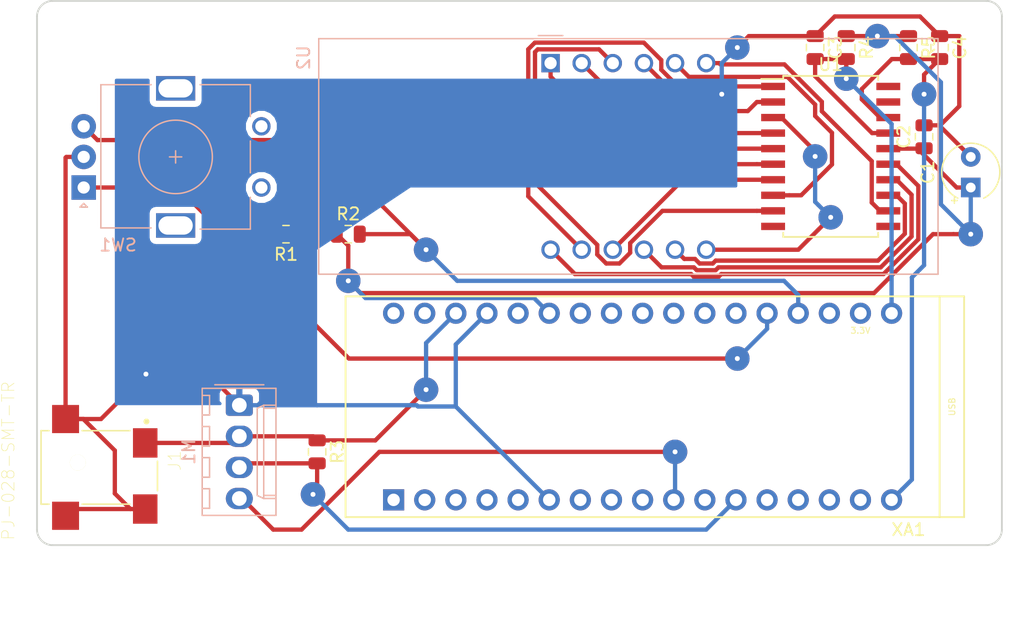
<source format=kicad_pcb>
(kicad_pcb (version 20171130) (host pcbnew 5.0.1)

  (general
    (thickness 1.6)
    (drawings 8)
    (tracks 227)
    (zones 0)
    (modules 15)
    (nets 48)
  )

  (page A4)
  (layers
    (0 F.Cu signal)
    (31 B.Cu signal)
    (32 B.Adhes user)
    (33 F.Adhes user)
    (34 B.Paste user)
    (35 F.Paste user)
    (36 B.SilkS user)
    (37 F.SilkS user)
    (38 B.Mask user)
    (39 F.Mask user)
    (40 Dwgs.User user)
    (41 Cmts.User user)
    (42 Eco1.User user)
    (43 Eco2.User user)
    (44 Edge.Cuts user)
    (45 Margin user)
    (46 B.CrtYd user)
    (47 F.CrtYd user)
    (48 B.Fab user)
    (49 F.Fab user)
  )

  (setup
    (last_trace_width 0.35)
    (trace_clearance 0.2)
    (zone_clearance 0.508)
    (zone_45_only no)
    (trace_min 0.2)
    (segment_width 0.2)
    (edge_width 0.15)
    (via_size 2)
    (via_drill 0.4)
    (via_min_size 0.4)
    (via_min_drill 0.3)
    (uvia_size 0.3)
    (uvia_drill 0.1)
    (uvias_allowed no)
    (uvia_min_size 0.2)
    (uvia_min_drill 0.1)
    (pcb_text_width 0.3)
    (pcb_text_size 1.5 1.5)
    (mod_edge_width 0.15)
    (mod_text_size 1 1)
    (mod_text_width 0.15)
    (pad_size 1.524 1.524)
    (pad_drill 0.762)
    (pad_to_mask_clearance 0.051)
    (solder_mask_min_width 0.25)
    (aux_axis_origin 0 0)
    (visible_elements FFFFFF7F)
    (pcbplotparams
      (layerselection 0x010fc_ffffffff)
      (usegerberextensions false)
      (usegerberattributes false)
      (usegerberadvancedattributes false)
      (creategerberjobfile false)
      (excludeedgelayer true)
      (linewidth 0.100000)
      (plotframeref false)
      (viasonmask false)
      (mode 1)
      (useauxorigin false)
      (hpglpennumber 1)
      (hpglpenspeed 20)
      (hpglpendiameter 15.000000)
      (psnegative false)
      (psa4output false)
      (plotreference true)
      (plotvalue true)
      (plotinvisibletext false)
      (padsonsilk false)
      (subtractmaskfromsilk false)
      (outputformat 1)
      (mirror false)
      (drillshape 1)
      (scaleselection 1)
      (outputdirectory ""))
  )

  (net 0 "")
  (net 1 GND)
  (net 2 +12V)
  (net 3 "Net-(M1-Pad3)")
  (net 4 "Net-(M1-Pad4)")
  (net 5 "Net-(R1-Pad2)")
  (net 6 /5V)
  (net 7 "Net-(R2-Pad2)")
  (net 8 "Net-(U1-Pad2)")
  (net 9 "Net-(U1-Pad3)")
  (net 10 "Net-(U1-Pad4)")
  (net 11 "Net-(U1-Pad5)")
  (net 12 "Net-(U1-Pad6)")
  (net 13 "Net-(U1-Pad7)")
  (net 14 "Net-(U1-Pad8)")
  (net 15 "Net-(U1-Pad9)")
  (net 16 "Net-(U1-Pad10)")
  (net 17 "Net-(U1-Pad11)")
  (net 18 "Net-(U1-Pad12)")
  (net 19 "Net-(U1-Pad13)")
  (net 20 "Net-(U1-Pad14)")
  (net 21 "Net-(U1-Pad15)")
  (net 22 /7S_IO)
  (net 23 /7S_CLK)
  (net 24 "Net-(U1-Pad19)")
  (net 25 "Net-(U1-Pad20)")
  (net 26 "Net-(XA1-PadRST2)")
  (net 27 "Net-(XA1-PadMOSI)")
  (net 28 "Net-(XA1-PadSCK)")
  (net 29 "Net-(XA1-Pad3V3)")
  (net 30 "Net-(XA1-PadRST1)")
  (net 31 "Net-(XA1-PadSS)")
  (net 32 "Net-(XA1-PadD0)")
  (net 33 "Net-(XA1-PadD1)")
  (net 34 "Net-(XA1-PadD2)")
  (net 35 "Net-(XA1-PadD3)")
  (net 36 "Net-(XA1-PadD4)")
  (net 37 "Net-(XA1-PadD6)")
  (net 38 "Net-(XA1-PadD8)")
  (net 39 "Net-(XA1-PadD9)")
  (net 40 "Net-(XA1-PadD10)")
  (net 41 "Net-(XA1-PadAREF)")
  (net 42 "Net-(XA1-PadD11)")
  (net 43 "Net-(XA1-PadA2)")
  (net 44 "Net-(XA1-PadA3)")
  (net 45 "Net-(XA1-PadA4)")
  (net 46 "Net-(XA1-PadA5)")
  (net 47 "Net-(XA1-PadMISO)")

  (net_class Default "This is the default net class."
    (clearance 0.2)
    (trace_width 0.35)
    (via_dia 2)
    (via_drill 0.4)
    (uvia_dia 0.3)
    (uvia_drill 0.1)
    (add_net +12V)
    (add_net /5V)
    (add_net /7S_CLK)
    (add_net /7S_IO)
    (add_net GND)
    (add_net "Net-(M1-Pad3)")
    (add_net "Net-(M1-Pad4)")
    (add_net "Net-(R1-Pad2)")
    (add_net "Net-(R2-Pad2)")
    (add_net "Net-(U1-Pad10)")
    (add_net "Net-(U1-Pad11)")
    (add_net "Net-(U1-Pad12)")
    (add_net "Net-(U1-Pad13)")
    (add_net "Net-(U1-Pad14)")
    (add_net "Net-(U1-Pad15)")
    (add_net "Net-(U1-Pad19)")
    (add_net "Net-(U1-Pad2)")
    (add_net "Net-(U1-Pad20)")
    (add_net "Net-(U1-Pad3)")
    (add_net "Net-(U1-Pad4)")
    (add_net "Net-(U1-Pad5)")
    (add_net "Net-(U1-Pad6)")
    (add_net "Net-(U1-Pad7)")
    (add_net "Net-(U1-Pad8)")
    (add_net "Net-(U1-Pad9)")
    (add_net "Net-(XA1-Pad3V3)")
    (add_net "Net-(XA1-PadA2)")
    (add_net "Net-(XA1-PadA3)")
    (add_net "Net-(XA1-PadA4)")
    (add_net "Net-(XA1-PadA5)")
    (add_net "Net-(XA1-PadAREF)")
    (add_net "Net-(XA1-PadD0)")
    (add_net "Net-(XA1-PadD1)")
    (add_net "Net-(XA1-PadD10)")
    (add_net "Net-(XA1-PadD11)")
    (add_net "Net-(XA1-PadD2)")
    (add_net "Net-(XA1-PadD3)")
    (add_net "Net-(XA1-PadD4)")
    (add_net "Net-(XA1-PadD6)")
    (add_net "Net-(XA1-PadD8)")
    (add_net "Net-(XA1-PadD9)")
    (add_net "Net-(XA1-PadMISO)")
    (add_net "Net-(XA1-PadMOSI)")
    (add_net "Net-(XA1-PadRST1)")
    (add_net "Net-(XA1-PadRST2)")
    (add_net "Net-(XA1-PadSCK)")
    (add_net "Net-(XA1-PadSS)")
  )

  (module Package_SO:SOIC-20W_7.5x12.8mm_P1.27mm (layer F.Cu) (tedit 5A02F2D3) (tstamp 5BD8DBDF)
    (at 212.09 125.73)
    (descr "20-Lead Plastic Small Outline (SO) - Wide, 7.50 mm Body [SOIC] (see Microchip Packaging Specification 00000049BS.pdf)")
    (tags "SOIC 1.27")
    (path /5BCD732C)
    (attr smd)
    (fp_text reference U1 (at 0 -7.5) (layer F.SilkS)
      (effects (font (size 1 1) (thickness 0.15)))
    )
    (fp_text value TM1637 (at 0 7.5) (layer F.Fab)
      (effects (font (size 1 1) (thickness 0.15)))
    )
    (fp_text user %R (at 0 0) (layer F.Fab)
      (effects (font (size 1 1) (thickness 0.15)))
    )
    (fp_line (start -2.75 -6.4) (end 3.75 -6.4) (layer F.Fab) (width 0.15))
    (fp_line (start 3.75 -6.4) (end 3.75 6.4) (layer F.Fab) (width 0.15))
    (fp_line (start 3.75 6.4) (end -3.75 6.4) (layer F.Fab) (width 0.15))
    (fp_line (start -3.75 6.4) (end -3.75 -5.4) (layer F.Fab) (width 0.15))
    (fp_line (start -3.75 -5.4) (end -2.75 -6.4) (layer F.Fab) (width 0.15))
    (fp_line (start -5.95 -6.75) (end -5.95 6.75) (layer F.CrtYd) (width 0.05))
    (fp_line (start 5.95 -6.75) (end 5.95 6.75) (layer F.CrtYd) (width 0.05))
    (fp_line (start -5.95 -6.75) (end 5.95 -6.75) (layer F.CrtYd) (width 0.05))
    (fp_line (start -5.95 6.75) (end 5.95 6.75) (layer F.CrtYd) (width 0.05))
    (fp_line (start -3.875 -6.575) (end -3.875 -6.325) (layer F.SilkS) (width 0.15))
    (fp_line (start 3.875 -6.575) (end 3.875 -6.24) (layer F.SilkS) (width 0.15))
    (fp_line (start 3.875 6.575) (end 3.875 6.24) (layer F.SilkS) (width 0.15))
    (fp_line (start -3.875 6.575) (end -3.875 6.24) (layer F.SilkS) (width 0.15))
    (fp_line (start -3.875 -6.575) (end 3.875 -6.575) (layer F.SilkS) (width 0.15))
    (fp_line (start -3.875 6.575) (end 3.875 6.575) (layer F.SilkS) (width 0.15))
    (fp_line (start -3.875 -6.325) (end -5.675 -6.325) (layer F.SilkS) (width 0.15))
    (pad 1 smd rect (at -4.7 -5.715) (size 1.95 0.6) (layers F.Cu F.Paste F.Mask)
      (net 1 GND))
    (pad 2 smd rect (at -4.7 -4.445) (size 1.95 0.6) (layers F.Cu F.Paste F.Mask)
      (net 8 "Net-(U1-Pad2)"))
    (pad 3 smd rect (at -4.7 -3.175) (size 1.95 0.6) (layers F.Cu F.Paste F.Mask)
      (net 9 "Net-(U1-Pad3)"))
    (pad 4 smd rect (at -4.7 -1.905) (size 1.95 0.6) (layers F.Cu F.Paste F.Mask)
      (net 10 "Net-(U1-Pad4)"))
    (pad 5 smd rect (at -4.7 -0.635) (size 1.95 0.6) (layers F.Cu F.Paste F.Mask)
      (net 11 "Net-(U1-Pad5)"))
    (pad 6 smd rect (at -4.7 0.635) (size 1.95 0.6) (layers F.Cu F.Paste F.Mask)
      (net 12 "Net-(U1-Pad6)"))
    (pad 7 smd rect (at -4.7 1.905) (size 1.95 0.6) (layers F.Cu F.Paste F.Mask)
      (net 13 "Net-(U1-Pad7)"))
    (pad 8 smd rect (at -4.7 3.175) (size 1.95 0.6) (layers F.Cu F.Paste F.Mask)
      (net 14 "Net-(U1-Pad8)"))
    (pad 9 smd rect (at -4.7 4.445) (size 1.95 0.6) (layers F.Cu F.Paste F.Mask)
      (net 15 "Net-(U1-Pad9)"))
    (pad 10 smd rect (at -4.7 5.715) (size 1.95 0.6) (layers F.Cu F.Paste F.Mask)
      (net 16 "Net-(U1-Pad10)"))
    (pad 11 smd rect (at 4.7 5.715) (size 1.95 0.6) (layers F.Cu F.Paste F.Mask)
      (net 17 "Net-(U1-Pad11)"))
    (pad 12 smd rect (at 4.7 4.445) (size 1.95 0.6) (layers F.Cu F.Paste F.Mask)
      (net 18 "Net-(U1-Pad12)"))
    (pad 13 smd rect (at 4.7 3.175) (size 1.95 0.6) (layers F.Cu F.Paste F.Mask)
      (net 19 "Net-(U1-Pad13)"))
    (pad 14 smd rect (at 4.7 1.905) (size 1.95 0.6) (layers F.Cu F.Paste F.Mask)
      (net 20 "Net-(U1-Pad14)"))
    (pad 15 smd rect (at 4.7 0.635) (size 1.95 0.6) (layers F.Cu F.Paste F.Mask)
      (net 21 "Net-(U1-Pad15)"))
    (pad 16 smd rect (at 4.7 -0.635) (size 1.95 0.6) (layers F.Cu F.Paste F.Mask)
      (net 6 /5V))
    (pad 17 smd rect (at 4.7 -1.905) (size 1.95 0.6) (layers F.Cu F.Paste F.Mask)
      (net 22 /7S_IO))
    (pad 18 smd rect (at 4.7 -3.175) (size 1.95 0.6) (layers F.Cu F.Paste F.Mask)
      (net 23 /7S_CLK))
    (pad 19 smd rect (at 4.7 -4.445) (size 1.95 0.6) (layers F.Cu F.Paste F.Mask)
      (net 24 "Net-(U1-Pad19)"))
    (pad 20 smd rect (at 4.7 -5.715) (size 1.95 0.6) (layers F.Cu F.Paste F.Mask)
      (net 25 "Net-(U1-Pad20)"))
    (model ${KISYS3DMOD}/Package_SO.3dshapes/SOIC-20W_7.5x12.8mm_P1.27mm.wrl
      (at (xyz 0 0 0))
      (scale (xyz 1 1 1))
      (rotate (xyz 0 0 0))
    )
  )

  (module Capacitor_SMD:C_0805_2012Metric (layer F.Cu) (tedit 5B36C52B) (tstamp 5BD9064F)
    (at 210.82 116.84 270)
    (descr "Capacitor SMD 0805 (2012 Metric), square (rectangular) end terminal, IPC_7351 nominal, (Body size source: https://docs.google.com/spreadsheets/d/1BsfQQcO9C6DZCsRaXUlFlo91Tg2WpOkGARC1WS5S8t0/edit?usp=sharing), generated with kicad-footprint-generator")
    (tags capacitor)
    (path /5BD7521D)
    (attr smd)
    (fp_text reference C3 (at 0 -1.65 270) (layer F.SilkS)
      (effects (font (size 1 1) (thickness 0.15)))
    )
    (fp_text value 100pF (at 0 1.65 270) (layer F.Fab)
      (effects (font (size 1 1) (thickness 0.15)))
    )
    (fp_text user %R (at 0 0 270) (layer F.Fab)
      (effects (font (size 0.5 0.5) (thickness 0.08)))
    )
    (fp_line (start 1.68 0.95) (end -1.68 0.95) (layer F.CrtYd) (width 0.05))
    (fp_line (start 1.68 -0.95) (end 1.68 0.95) (layer F.CrtYd) (width 0.05))
    (fp_line (start -1.68 -0.95) (end 1.68 -0.95) (layer F.CrtYd) (width 0.05))
    (fp_line (start -1.68 0.95) (end -1.68 -0.95) (layer F.CrtYd) (width 0.05))
    (fp_line (start -0.258578 0.71) (end 0.258578 0.71) (layer F.SilkS) (width 0.12))
    (fp_line (start -0.258578 -0.71) (end 0.258578 -0.71) (layer F.SilkS) (width 0.12))
    (fp_line (start 1 0.6) (end -1 0.6) (layer F.Fab) (width 0.1))
    (fp_line (start 1 -0.6) (end 1 0.6) (layer F.Fab) (width 0.1))
    (fp_line (start -1 -0.6) (end 1 -0.6) (layer F.Fab) (width 0.1))
    (fp_line (start -1 0.6) (end -1 -0.6) (layer F.Fab) (width 0.1))
    (pad 2 smd roundrect (at 0.9375 0 270) (size 0.975 1.4) (layers F.Cu F.Paste F.Mask) (roundrect_rratio 0.25)
      (net 22 /7S_IO))
    (pad 1 smd roundrect (at -0.9375 0 270) (size 0.975 1.4) (layers F.Cu F.Paste F.Mask) (roundrect_rratio 0.25)
      (net 1 GND))
    (model ${KISYS3DMOD}/Capacitor_SMD.3dshapes/C_0805_2012Metric.wrl
      (at (xyz 0 0 0))
      (scale (xyz 1 1 1))
      (rotate (xyz 0 0 0))
    )
  )

  (module Capacitor_SMD:C_0805_2012Metric (layer F.Cu) (tedit 5B36C52B) (tstamp 5BD9063E)
    (at 219.71 124.1275 90)
    (descr "Capacitor SMD 0805 (2012 Metric), square (rectangular) end terminal, IPC_7351 nominal, (Body size source: https://docs.google.com/spreadsheets/d/1BsfQQcO9C6DZCsRaXUlFlo91Tg2WpOkGARC1WS5S8t0/edit?usp=sharing), generated with kicad-footprint-generator")
    (tags capacitor)
    (path /5BD8E2D1)
    (attr smd)
    (fp_text reference C2 (at 0 -1.65 90) (layer F.SilkS)
      (effects (font (size 1 1) (thickness 0.15)))
    )
    (fp_text value 0.1uF (at 0 1.65 90) (layer F.Fab)
      (effects (font (size 1 1) (thickness 0.15)))
    )
    (fp_text user %R (at 0 0 90) (layer F.Fab)
      (effects (font (size 0.5 0.5) (thickness 0.08)))
    )
    (fp_line (start 1.68 0.95) (end -1.68 0.95) (layer F.CrtYd) (width 0.05))
    (fp_line (start 1.68 -0.95) (end 1.68 0.95) (layer F.CrtYd) (width 0.05))
    (fp_line (start -1.68 -0.95) (end 1.68 -0.95) (layer F.CrtYd) (width 0.05))
    (fp_line (start -1.68 0.95) (end -1.68 -0.95) (layer F.CrtYd) (width 0.05))
    (fp_line (start -0.258578 0.71) (end 0.258578 0.71) (layer F.SilkS) (width 0.12))
    (fp_line (start -0.258578 -0.71) (end 0.258578 -0.71) (layer F.SilkS) (width 0.12))
    (fp_line (start 1 0.6) (end -1 0.6) (layer F.Fab) (width 0.1))
    (fp_line (start 1 -0.6) (end 1 0.6) (layer F.Fab) (width 0.1))
    (fp_line (start -1 -0.6) (end 1 -0.6) (layer F.Fab) (width 0.1))
    (fp_line (start -1 0.6) (end -1 -0.6) (layer F.Fab) (width 0.1))
    (pad 2 smd roundrect (at 0.9375 0 90) (size 0.975 1.4) (layers F.Cu F.Paste F.Mask) (roundrect_rratio 0.25)
      (net 1 GND))
    (pad 1 smd roundrect (at -0.9375 0 90) (size 0.975 1.4) (layers F.Cu F.Paste F.Mask) (roundrect_rratio 0.25)
      (net 6 /5V))
    (model ${KISYS3DMOD}/Capacitor_SMD.3dshapes/C_0805_2012Metric.wrl
      (at (xyz 0 0 0))
      (scale (xyz 1 1 1))
      (rotate (xyz 0 0 0))
    )
  )

  (module Arduino:Arduino_Micro_Socket (layer F.Cu) (tedit 5A860566) (tstamp 5BD8D9B0)
    (at 220.98 137.16 180)
    (descr https://store.arduino.cc/arduino-micro)
    (path /5BCC7897)
    (fp_text reference XA1 (at 2.54 -19.05 180) (layer F.SilkS)
      (effects (font (size 1 1) (thickness 0.15)))
    )
    (fp_text value Arduino_Micro_Socket (at 15.494 -19.05 180) (layer F.Fab)
      (effects (font (size 1 1) (thickness 0.15)))
    )
    (fp_text user 3.3V (at 6.46 -2.794 180) (layer F.SilkS)
      (effects (font (size 0.5 0.5) (thickness 0.075)))
    )
    (fp_text user USB (at -1.016 -9.017 270) (layer F.SilkS)
      (effects (font (size 0.5 0.5) (thickness 0.075)))
    )
    (fp_line (start -2.032 0.254) (end -2.286 0.254) (layer F.CrtYd) (width 0.15))
    (fp_line (start -2.286 0.254) (end -2.286 -17.526) (layer F.CrtYd) (width 0.15))
    (fp_line (start -2.286 -17.526) (end -2.286 -18.288) (layer F.CrtYd) (width 0.15))
    (fp_line (start -2.286 -18.288) (end 48.768 -18.288) (layer F.CrtYd) (width 0.15))
    (fp_line (start 48.768 -18.288) (end 48.768 0.254) (layer F.CrtYd) (width 0.15))
    (fp_line (start 48.768 0.254) (end -2.032 0.254) (layer F.CrtYd) (width 0.15))
    (fp_line (start -2 -18.034) (end -2 0) (layer F.SilkS) (width 0.15))
    (fp_line (start 48.48 -18) (end 48.48 0) (layer F.SilkS) (width 0.15))
    (fp_line (start -2 -18.034) (end 48.48 -18.034) (layer F.SilkS) (width 0.15))
    (fp_line (start 0 -18) (end 0 0) (layer F.SilkS) (width 0.15))
    (fp_line (start -2 0) (end 48.48 0) (layer F.SilkS) (width 0.15))
    (pad "" np_thru_hole circle (at 47.1 -16.62 180) (size 1.016 1.016) (drill 1.016) (layers *.Cu *.Mask))
    (pad "" np_thru_hole circle (at 1.38 -16.62 180) (size 1.016 1.016) (drill 1.016) (layers *.Cu *.Mask))
    (pad "" np_thru_hole circle (at 47.1 -1.38 180) (size 1.016 1.016) (drill 1.016) (layers *.Cu *.Mask))
    (pad "" thru_hole oval (at 26.78 -1.38 180) (size 1.7272 1.7272) (drill 1.016) (layers *.Cu *.Mask))
    (pad RST2 thru_hole oval (at 34.4 -16.62 180) (size 1.7272 1.7272) (drill 1.016) (layers *.Cu *.Mask)
      (net 26 "Net-(XA1-PadRST2)"))
    (pad MOSI thru_hole rect (at 44.56 -16.62 180) (size 1.7272 1.7272) (drill 1.016) (layers *.Cu *.Mask)
      (net 27 "Net-(XA1-PadMOSI)"))
    (pad SCK thru_hole oval (at 44.56 -1.38 180) (size 1.7272 1.7272) (drill 1.016) (layers *.Cu *.Mask)
      (net 28 "Net-(XA1-PadSCK)"))
    (pad A0 thru_hole oval (at 11.54 -1.38 180) (size 1.7272 1.7272) (drill 1.016) (layers *.Cu *.Mask)
      (net 7 "Net-(R2-Pad2)"))
    (pad VIN thru_hole oval (at 39.48 -1.38 180) (size 1.7272 1.7272) (drill 1.016) (layers *.Cu *.Mask)
      (net 2 +12V))
    (pad GND2 thru_hole oval (at 31.86 -16.62 180) (size 1.7272 1.7272) (drill 1.016) (layers *.Cu *.Mask)
      (net 1 GND))
    (pad GND1 thru_hole oval (at 36.94 -1.38 180) (size 1.7272 1.7272) (drill 1.016) (layers *.Cu *.Mask)
      (net 1 GND))
    (pad 5V thru_hole oval (at 31.86 -1.38 180) (size 1.7272 1.7272) (drill 1.016) (layers *.Cu *.Mask)
      (net 6 /5V))
    (pad 3V3 thru_hole oval (at 6.46 -1.38 180) (size 1.7272 1.7272) (drill 1.016) (layers *.Cu *.Mask)
      (net 29 "Net-(XA1-Pad3V3)"))
    (pad RST1 thru_hole oval (at 34.4 -1.38 180) (size 1.7272 1.7272) (drill 1.016) (layers *.Cu *.Mask)
      (net 30 "Net-(XA1-PadRST1)"))
    (pad SS thru_hole oval (at 42.02 -16.62 180) (size 1.7272 1.7272) (drill 1.016) (layers *.Cu *.Mask)
      (net 31 "Net-(XA1-PadSS)"))
    (pad D0 thru_hole oval (at 36.94 -16.62 180) (size 1.7272 1.7272) (drill 1.016) (layers *.Cu *.Mask)
      (net 32 "Net-(XA1-PadD0)"))
    (pad D1 thru_hole oval (at 39.48 -16.62 180) (size 1.7272 1.7272) (drill 1.016) (layers *.Cu *.Mask)
      (net 33 "Net-(XA1-PadD1)"))
    (pad D2 thru_hole oval (at 29.32 -16.62 180) (size 1.7272 1.7272) (drill 1.016) (layers *.Cu *.Mask)
      (net 34 "Net-(XA1-PadD2)"))
    (pad D3 thru_hole oval (at 26.78 -16.62 180) (size 1.7272 1.7272) (drill 1.016) (layers *.Cu *.Mask)
      (net 35 "Net-(XA1-PadD3)"))
    (pad D4 thru_hole oval (at 24.24 -16.62 180) (size 1.7272 1.7272) (drill 1.016) (layers *.Cu *.Mask)
      (net 36 "Net-(XA1-PadD4)"))
    (pad D5 thru_hole oval (at 21.7 -16.62 180) (size 1.7272 1.7272) (drill 1.016) (layers *.Cu *.Mask)
      (net 4 "Net-(M1-Pad4)"))
    (pad D6 thru_hole oval (at 19.16 -16.62 180) (size 1.7272 1.7272) (drill 1.016) (layers *.Cu *.Mask)
      (net 37 "Net-(XA1-PadD6)"))
    (pad D7 thru_hole oval (at 16.62 -16.62 180) (size 1.7272 1.7272) (drill 1.016) (layers *.Cu *.Mask)
      (net 3 "Net-(M1-Pad3)"))
    (pad D8 thru_hole oval (at 14.08 -16.62 180) (size 1.7272 1.7272) (drill 1.016) (layers *.Cu *.Mask)
      (net 38 "Net-(XA1-PadD8)"))
    (pad D9 thru_hole oval (at 11.54 -16.62 180) (size 1.7272 1.7272) (drill 1.016) (layers *.Cu *.Mask)
      (net 39 "Net-(XA1-PadD9)"))
    (pad D10 thru_hole oval (at 9 -16.62 180) (size 1.7272 1.7272) (drill 1.016) (layers *.Cu *.Mask)
      (net 40 "Net-(XA1-PadD10)"))
    (pad "" np_thru_hole circle (at 1.38 -1.38 180) (size 1.016 1.016) (drill 1.016) (layers *.Cu *.Mask))
    (pad AREF thru_hole oval (at 9 -1.38 180) (size 1.7272 1.7272) (drill 1.016) (layers *.Cu *.Mask)
      (net 41 "Net-(XA1-PadAREF)"))
    (pad D13 thru_hole oval (at 3.92 -1.38 180) (size 1.7272 1.7272) (drill 1.016) (layers *.Cu *.Mask)
      (net 22 /7S_IO))
    (pad D12 thru_hole oval (at 3.92 -16.62 180) (size 1.7272 1.7272) (drill 1.016) (layers *.Cu *.Mask)
      (net 23 /7S_CLK))
    (pad D11 thru_hole oval (at 6.46 -16.62 180) (size 1.7272 1.7272) (drill 1.016) (layers *.Cu *.Mask)
      (net 42 "Net-(XA1-PadD11)"))
    (pad "" thru_hole oval (at 29.32 -1.38 180) (size 1.7272 1.7272) (drill 1.016) (layers *.Cu *.Mask))
    (pad A1 thru_hole oval (at 14.08 -1.38 180) (size 1.7272 1.7272) (drill 1.016) (layers *.Cu *.Mask)
      (net 5 "Net-(R1-Pad2)"))
    (pad A2 thru_hole oval (at 16.62 -1.38 180) (size 1.7272 1.7272) (drill 1.016) (layers *.Cu *.Mask)
      (net 43 "Net-(XA1-PadA2)"))
    (pad A3 thru_hole oval (at 19.16 -1.38 180) (size 1.7272 1.7272) (drill 1.016) (layers *.Cu *.Mask)
      (net 44 "Net-(XA1-PadA3)"))
    (pad A4 thru_hole oval (at 21.7 -1.38 180) (size 1.7272 1.7272) (drill 1.016) (layers *.Cu *.Mask)
      (net 45 "Net-(XA1-PadA4)"))
    (pad A5 thru_hole oval (at 24.24 -1.38 180) (size 1.7272 1.7272) (drill 1.016) (layers *.Cu *.Mask)
      (net 46 "Net-(XA1-PadA5)"))
    (pad MISO thru_hole oval (at 42.02 -1.38 180) (size 1.7272 1.7272) (drill 1.016) (layers *.Cu *.Mask)
      (net 47 "Net-(XA1-PadMISO)"))
  )

  (module Display_7Segment:CA56-12CGKWA locked (layer B.Cu) (tedit 5A02FE84) (tstamp 5BD8DAF3)
    (at 189.23 118.11 270)
    (descr "4 digit 7 segment green LED, http://www.kingbright.com/attachments/file/psearch/000/00/00/CA56-12CGKWA(Ver.9A).pdf")
    (tags "4 digit 7 segment green LED")
    (path /5BCDF577)
    (fp_text reference U2 (at -0.44 20.15 270) (layer B.SilkS)
      (effects (font (size 1 1) (thickness 0.15)) (justify mirror))
    )
    (fp_text value CA56-12CGKWA (at 3.5 -32.92 270) (layer B.Fab)
      (effects (font (size 1 1) (thickness 0.15)) (justify mirror))
    )
    (fp_line (start -2 18.92) (end 17.24 18.92) (layer B.SilkS) (width 0.12))
    (fp_line (start -2 18.92) (end -2 -31.62) (layer B.SilkS) (width 0.12))
    (fp_line (start -2 -31.62) (end 17.24 -31.62) (layer B.SilkS) (width 0.12))
    (fp_line (start 17.24 -31.62) (end 17.24 18.92) (layer B.SilkS) (width 0.12))
    (fp_line (start -1.88 -1) (end -0.88 0) (layer B.Fab) (width 0.1))
    (fp_line (start -0.88 0) (end -1.88 1) (layer B.Fab) (width 0.1))
    (fp_line (start -1.88 1) (end -1.88 18.8) (layer B.Fab) (width 0.1))
    (fp_line (start -2.13 19.05) (end 17.37 19.05) (layer B.CrtYd) (width 0.05))
    (fp_line (start 17.37 19.05) (end 17.37 -31.75) (layer B.CrtYd) (width 0.05))
    (fp_line (start 17.37 -31.75) (end -2.13 -31.75) (layer B.CrtYd) (width 0.05))
    (fp_line (start -2.13 -31.75) (end -2.13 19.05) (layer B.CrtYd) (width 0.05))
    (fp_line (start -2.25 1) (end -2.25 -1) (layer B.SilkS) (width 0.12))
    (fp_line (start -1.88 18.8) (end 17.12 18.8) (layer B.Fab) (width 0.1))
    (fp_line (start 17.12 18.8) (end 17.12 -31.5) (layer B.Fab) (width 0.1))
    (fp_line (start -1.88 -31.5) (end 17.12 -31.5) (layer B.Fab) (width 0.1))
    (fp_line (start -1.88 -1) (end -1.88 -31.5) (layer B.Fab) (width 0.1))
    (fp_text user %R (at 8.128 -6.604 270) (layer B.Fab)
      (effects (font (size 1 1) (thickness 0.15)) (justify mirror))
    )
    (pad 1 thru_hole rect (at 0 0 270) (size 1.5 1.5) (drill 1) (layers *.Cu *.Mask)
      (net 12 "Net-(U1-Pad6)"))
    (pad 2 thru_hole circle (at 0 -2.54 270) (size 1.5 1.5) (drill 1) (layers *.Cu *.Mask)
      (net 11 "Net-(U1-Pad5)"))
    (pad 3 thru_hole circle (at 0 -5.08 270) (size 1.5 1.5) (drill 1) (layers *.Cu *.Mask)
      (net 15 "Net-(U1-Pad9)"))
    (pad 4 thru_hole circle (at 0 -7.62 270) (size 1.5 1.5) (drill 1) (layers *.Cu *.Mask)
      (net 10 "Net-(U1-Pad4)"))
    (pad 5 thru_hole circle (at 0 -10.16 270) (size 1.5 1.5) (drill 1) (layers *.Cu *.Mask)
      (net 14 "Net-(U1-Pad8)"))
    (pad 6 thru_hole circle (at 0 -12.7 270) (size 1.5 1.5) (drill 1) (layers *.Cu *.Mask)
      (net 18 "Net-(U1-Pad12)"))
    (pad 7 thru_hole circle (at 15.24 -12.7 270) (size 1.5 1.5) (drill 1) (layers *.Cu *.Mask)
      (net 9 "Net-(U1-Pad3)"))
    (pad 8 thru_hole circle (at 15.24 -10.16 270) (size 1.5 1.5) (drill 1) (layers *.Cu *.Mask)
      (net 19 "Net-(U1-Pad13)"))
    (pad 9 thru_hole circle (at 15.24 -7.62 270) (size 1.5 1.5) (drill 1) (layers *.Cu *.Mask)
      (net 20 "Net-(U1-Pad14)"))
    (pad 10 thru_hole circle (at 15.24 -5.08 270) (size 1.5 1.5) (drill 1) (layers *.Cu *.Mask)
      (net 13 "Net-(U1-Pad7)"))
    (pad 11 thru_hole circle (at 15.24 -2.54 270) (size 1.5 1.5) (drill 1) (layers *.Cu *.Mask)
      (net 8 "Net-(U1-Pad2)"))
    (pad 12 thru_hole circle (at 15.24 0 270) (size 1.5 1.5) (drill 1) (layers *.Cu *.Mask)
      (net 21 "Net-(U1-Pad15)"))
    (model ${KISYS3DMOD}/Display_7Segment.3dshapes/CA56-12CGKWA.wrl
      (at (xyz 0 0 0))
      (scale (xyz 1 1 1))
      (rotate (xyz 0 0 0))
    )
  )

  (module PJ-028-SMT-TR:CUI_PJ-028-SMT-TR (layer F.Cu) (tedit 0) (tstamp 5BD90180)
    (at 152.4 151.13 270)
    (path /5BCC7D4F)
    (attr smd)
    (fp_text reference J1 (at -0.54807 -6.14914 270) (layer F.SilkS)
      (effects (font (size 1.00635 1.00635) (thickness 0.05)))
    )
    (fp_text value PJ-028-SMT-TR (at -0.5396 7.42359 270) (layer F.SilkS)
      (effects (font (size 1.00757 1.00757) (thickness 0.05)))
    )
    (fp_line (start -3 4.75) (end -3 -4.75) (layer Dwgs.User) (width 0.127))
    (fp_line (start -3 -4.75) (end 3 -4.75) (layer Dwgs.User) (width 0.127))
    (fp_line (start 3 -4.75) (end 3 4.75) (layer Dwgs.User) (width 0.127))
    (fp_line (start 3 4.75) (end 2.1 4.75) (layer Dwgs.User) (width 0.127))
    (fp_line (start 2.1 4.75) (end -2.9 4.75) (layer Dwgs.User) (width 0.127))
    (fp_line (start -2.9 4.75) (end -3 4.75) (layer Dwgs.User) (width 0.127))
    (fp_line (start -2.9 4.75) (end -2.9 6.25) (layer Dwgs.User) (width 0.127))
    (fp_line (start -2.9 6.25) (end 2.1 6.25) (layer Dwgs.User) (width 0.127))
    (fp_line (start 2.1 6.25) (end 2.1 4.75) (layer Dwgs.User) (width 0.127))
    (fp_line (start 3 4.75) (end -3 4.75) (layer F.SilkS) (width 0.127))
    (fp_line (start 3 4.75) (end 3 4.1) (layer F.SilkS) (width 0.127))
    (fp_line (start 3 1.4) (end 3 -2.5) (layer F.SilkS) (width 0.127))
    (fp_line (start 1.9 -4.75) (end -0.5 -4.75) (layer F.SilkS) (width 0.127))
    (fp_line (start -3 4.75) (end -3 4.1) (layer F.SilkS) (width 0.127))
    (fp_line (start -3 1.4) (end -3 -2.5) (layer F.SilkS) (width 0.127))
    (fp_circle (center -3.75 -3.85) (end -3.63 -3.85) (layer F.SilkS) (width 0.24))
    (fp_line (start -3.25 6.5) (end -3.25 4.1) (layer Eco1.User) (width 0.05))
    (fp_line (start -3.25 4.1) (end -5.35 4.1) (layer Eco1.User) (width 0.05))
    (fp_line (start -5.35 4.1) (end -5.35 1.4) (layer Eco1.User) (width 0.05))
    (fp_line (start -5.35 1.4) (end -3.25 1.4) (layer Eco1.User) (width 0.05))
    (fp_line (start -3.25 1.4) (end -3.25 -2.5) (layer Eco1.User) (width 0.05))
    (fp_line (start -3.25 -2.5) (end -3.45 -2.5) (layer Eco1.User) (width 0.05))
    (fp_line (start -3.45 -2.5) (end -3.45 -5) (layer Eco1.User) (width 0.05))
    (fp_line (start -3.45 -5) (end 4.85 -5) (layer Eco1.User) (width 0.05))
    (fp_line (start 4.85 -5) (end 4.85 -2.5) (layer Eco1.User) (width 0.05))
    (fp_line (start 4.85 -2.5) (end 3.25 -2.5) (layer Eco1.User) (width 0.05))
    (fp_line (start 3.25 -2.5) (end 3.25 1.4) (layer Eco1.User) (width 0.05))
    (fp_line (start 3.25 1.4) (end 5.35 1.4) (layer Eco1.User) (width 0.05))
    (fp_line (start 5.35 1.4) (end 5.35 4.1) (layer Eco1.User) (width 0.05))
    (fp_line (start 5.35 4.1) (end 3.25 4.1) (layer Eco1.User) (width 0.05))
    (fp_line (start 3.25 4.1) (end 3.25 5) (layer Eco1.User) (width 0.05))
    (fp_line (start 3.25 5) (end 2.35 5) (layer Eco1.User) (width 0.05))
    (fp_line (start 2.35 5) (end 2.35 6.5) (layer Eco1.User) (width 0.05))
    (fp_line (start 2.35 6.5) (end -3.25 6.5) (layer Eco1.User) (width 0.05))
    (fp_line (start 3 4.75) (end 9.25 4.75) (layer Dwgs.User) (width 0.127))
    (fp_text user PCB~EDGE (at 9.25508 3.81 270) (layer Edge.Cuts)
      (effects (font (size 1 1) (thickness 0.05)))
    )
    (pad 3.1 smd rect (at 3.95 2.75) (size 2.2 2.3) (layers F.Cu F.Paste F.Mask)
      (net 1 GND))
    (pad 3 smd rect (at -3.95 2.75) (size 2.2 2.3) (layers F.Cu F.Paste F.Mask)
      (net 1 GND))
    (pad 2 smd rect (at 3.4 -3.75) (size 2 2.4) (layers F.Cu F.Paste F.Mask)
      (net 1 GND))
    (pad 1 smd rect (at -2 -3.75) (size 2 2.4) (layers F.Cu F.Paste F.Mask)
      (net 2 +12V))
    (pad Hole np_thru_hole circle (at -0.4 1.75 270) (size 1.3 1.3) (drill 1.3) (layers *.Cu *.Mask F.SilkS))
  )

  (module Connector_Molex:Molex_KK-254_AE-6410-04A_1x04_P2.54mm_Vertical (layer B.Cu) (tedit 5BCD3B78) (tstamp 5BD8DA7D)
    (at 163.83 146.05 270)
    (descr "Molex KK-254 Interconnect System, old/engineering part number: AE-6410-04A example for new part number: 22-27-2041, 4 Pins (http://www.molex.com/pdm_docs/sd/022272021_sd.pdf), generated with kicad-footprint-generator")
    (tags "connector Molex KK-254 side entry")
    (path /5BCC886A)
    (fp_text reference M1 (at 3.81 4.12 270) (layer B.SilkS)
      (effects (font (size 1 1) (thickness 0.15)) (justify mirror))
    )
    (fp_text value Fan_4pin (at 3.81 -4.08 270) (layer B.Fab)
      (effects (font (size 1 1) (thickness 0.15)) (justify mirror))
    )
    (fp_line (start -1.27 2.92) (end -1.27 -2.88) (layer B.Fab) (width 0.1))
    (fp_line (start -1.27 -2.88) (end 8.89 -2.88) (layer B.Fab) (width 0.1))
    (fp_line (start 8.89 -2.88) (end 8.89 2.92) (layer B.Fab) (width 0.1))
    (fp_line (start 8.89 2.92) (end -1.27 2.92) (layer B.Fab) (width 0.1))
    (fp_line (start -1.38 3.03) (end -1.38 -2.99) (layer B.SilkS) (width 0.12))
    (fp_line (start -1.38 -2.99) (end 9 -2.99) (layer B.SilkS) (width 0.12))
    (fp_line (start 9 -2.99) (end 9 3.03) (layer B.SilkS) (width 0.12))
    (fp_line (start 9 3.03) (end -1.38 3.03) (layer B.SilkS) (width 0.12))
    (fp_line (start -1.67 2) (end -1.67 -2) (layer B.SilkS) (width 0.12))
    (fp_line (start -1.27 0.5) (end -0.562893 0) (layer B.Fab) (width 0.1))
    (fp_line (start -0.562893 0) (end -1.27 -0.5) (layer B.Fab) (width 0.1))
    (fp_line (start 0 -2.99) (end 0 -1.99) (layer B.SilkS) (width 0.12))
    (fp_line (start 0 -1.99) (end 7.62 -1.99) (layer B.SilkS) (width 0.12))
    (fp_line (start 7.62 -1.99) (end 7.62 -2.99) (layer B.SilkS) (width 0.12))
    (fp_line (start 0 -1.99) (end 0.25 -1.46) (layer B.SilkS) (width 0.12))
    (fp_line (start 0.25 -1.46) (end 7.37 -1.46) (layer B.SilkS) (width 0.12))
    (fp_line (start 7.37 -1.46) (end 7.62 -1.99) (layer B.SilkS) (width 0.12))
    (fp_line (start 0.25 -2.99) (end 0.25 -1.99) (layer B.SilkS) (width 0.12))
    (fp_line (start 7.37 -2.99) (end 7.37 -1.99) (layer B.SilkS) (width 0.12))
    (fp_line (start -0.8 3.03) (end -0.8 2.43) (layer B.SilkS) (width 0.12))
    (fp_line (start -0.8 2.43) (end 0.8 2.43) (layer B.SilkS) (width 0.12))
    (fp_line (start 0.8 2.43) (end 0.8 3.03) (layer B.SilkS) (width 0.12))
    (fp_line (start 1.74 3.03) (end 1.74 2.43) (layer B.SilkS) (width 0.12))
    (fp_line (start 1.74 2.43) (end 3.34 2.43) (layer B.SilkS) (width 0.12))
    (fp_line (start 3.34 2.43) (end 3.34 3.03) (layer B.SilkS) (width 0.12))
    (fp_line (start 4.28 3.03) (end 4.28 2.43) (layer B.SilkS) (width 0.12))
    (fp_line (start 4.28 2.43) (end 5.88 2.43) (layer B.SilkS) (width 0.12))
    (fp_line (start 5.88 2.43) (end 5.88 3.03) (layer B.SilkS) (width 0.12))
    (fp_line (start 6.82 3.03) (end 6.82 2.43) (layer B.SilkS) (width 0.12))
    (fp_line (start 6.82 2.43) (end 8.42 2.43) (layer B.SilkS) (width 0.12))
    (fp_line (start 8.42 2.43) (end 8.42 3.03) (layer B.SilkS) (width 0.12))
    (fp_line (start -1.77 3.42) (end -1.77 -3.38) (layer B.CrtYd) (width 0.05))
    (fp_line (start -1.77 -3.38) (end 9.39 -3.38) (layer B.CrtYd) (width 0.05))
    (fp_line (start 9.39 -3.38) (end 9.39 3.42) (layer B.CrtYd) (width 0.05))
    (fp_line (start 9.39 3.42) (end -1.77 3.42) (layer B.CrtYd) (width 0.05))
    (fp_text user %R (at 3.81 2.22 270) (layer B.Fab)
      (effects (font (size 1 1) (thickness 0.15)) (justify mirror))
    )
    (pad 1 thru_hole roundrect (at 0 0 270) (size 1.74 2.2) (drill 1.2) (layers *.Cu *.Mask) (roundrect_rratio 0.143678)
      (net 1 GND))
    (pad 2 thru_hole oval (at 2.54 0 270) (size 1.74 2.2) (drill 1.2) (layers *.Cu *.Mask)
      (net 2 +12V))
    (pad 3 thru_hole oval (at 5.08 0 270) (size 1.74 2.2) (drill 1.2) (layers *.Cu *.Mask)
      (net 3 "Net-(M1-Pad3)"))
    (pad 4 thru_hole oval (at 7.62 0 270) (size 1.74 2.2) (drill 1.2) (layers *.Cu *.Mask)
      (net 4 "Net-(M1-Pad4)"))
    (model ${KISYS3DMOD}/Connector_Molex.3dshapes/Molex_KK-254_AE-6410-04A_1x04_P2.54mm_Vertical.wrl
      (at (xyz 0 0 0))
      (scale (xyz 1 1 1))
      (rotate (xyz 0 0 0))
    )
  )

  (module Rotary_Encoder:RotaryEncoder_Alps_EC11E_Vertical_H20mm (layer B.Cu) (tedit 5A64F74E) (tstamp 5BD8DC54)
    (at 151.13 128.27)
    (descr "Alps rotary encoder, EC12E... without switch (pins are dummy), vertical shaft, http://www.alps.com/prod/info/E/HTML/Encoder/Incremental/EC11/EC11E15204A3.html")
    (tags "rotary encoder")
    (path /5BCCC134)
    (fp_text reference SW1 (at 2.8 4.7) (layer B.SilkS)
      (effects (font (size 1 1) (thickness 0.15)) (justify mirror))
    )
    (fp_text value Rotary_Encoder (at 7.5 -10.4) (layer B.Fab)
      (effects (font (size 1 1) (thickness 0.15)) (justify mirror))
    )
    (fp_text user %R (at 11.1 -6.3) (layer B.Fab)
      (effects (font (size 1 1) (thickness 0.15)) (justify mirror))
    )
    (fp_line (start 7 -2.5) (end 8 -2.5) (layer B.SilkS) (width 0.12))
    (fp_line (start 7.5 -2) (end 7.5 -3) (layer B.SilkS) (width 0.12))
    (fp_line (start 13.6 -5.8) (end 13.6 -8.4) (layer B.SilkS) (width 0.12))
    (fp_line (start 13.6 -1.2) (end 13.6 -3.8) (layer B.SilkS) (width 0.12))
    (fp_line (start 13.6 3.4) (end 13.6 0.8) (layer B.SilkS) (width 0.12))
    (fp_line (start 4.5 -2.5) (end 10.5 -2.5) (layer B.Fab) (width 0.12))
    (fp_line (start 7.5 0.5) (end 7.5 -5.5) (layer B.Fab) (width 0.12))
    (fp_line (start 0.3 1.6) (end 0 1.3) (layer B.SilkS) (width 0.12))
    (fp_line (start -0.3 1.6) (end 0.3 1.6) (layer B.SilkS) (width 0.12))
    (fp_line (start 0 1.3) (end -0.3 1.6) (layer B.SilkS) (width 0.12))
    (fp_line (start 1.4 3.3) (end 1.4 -8.4) (layer B.SilkS) (width 0.12))
    (fp_line (start 5.5 3.3) (end 1.4 3.3) (layer B.SilkS) (width 0.12))
    (fp_line (start 5.5 -8.4) (end 1.4 -8.4) (layer B.SilkS) (width 0.12))
    (fp_line (start 13.6 -8.4) (end 9.5 -8.4) (layer B.SilkS) (width 0.12))
    (fp_line (start 9.5 3.4) (end 13.6 3.4) (layer B.SilkS) (width 0.12))
    (fp_line (start 1.5 2.2) (end 2.5 3.3) (layer B.Fab) (width 0.12))
    (fp_line (start 1.5 -8.3) (end 1.5 2.2) (layer B.Fab) (width 0.12))
    (fp_line (start 13.5 -8.3) (end 1.5 -8.3) (layer B.Fab) (width 0.12))
    (fp_line (start 13.5 3.3) (end 13.5 -8.3) (layer B.Fab) (width 0.12))
    (fp_line (start 2.5 3.3) (end 13.5 3.3) (layer B.Fab) (width 0.12))
    (fp_line (start -1.25 4.35) (end 15.5 4.35) (layer B.CrtYd) (width 0.05))
    (fp_line (start -1.25 4.35) (end -1.25 -9.35) (layer B.CrtYd) (width 0.05))
    (fp_line (start 15.5 -9.35) (end 15.5 4.35) (layer B.CrtYd) (width 0.05))
    (fp_line (start 15.5 -9.35) (end -1.25 -9.35) (layer B.CrtYd) (width 0.05))
    (fp_circle (center 7.5 -2.5) (end 10.5 -2.5) (layer B.SilkS) (width 0.12))
    (fp_circle (center 7.5 -2.5) (end 10.5 -2.5) (layer B.Fab) (width 0.12))
    (pad "" thru_hole circle (at 14.5 -5) (size 1.5 1.5) (drill 1) (layers *.Cu *.Mask))
    (pad "" thru_hole circle (at 14.5 0) (size 1.5 1.5) (drill 1) (layers *.Cu *.Mask))
    (pad MP thru_hole rect (at 7.5 -8.1) (size 3.2 2) (drill oval 2.8 1.5) (layers *.Cu *.Mask))
    (pad MP thru_hole rect (at 7.5 3.1) (size 3.2 2) (drill oval 2.8 1.5) (layers *.Cu *.Mask))
    (pad B thru_hole circle (at 0 -5) (size 2 2) (drill 1) (layers *.Cu *.Mask)
      (net 7 "Net-(R2-Pad2)"))
    (pad C thru_hole circle (at 0 -2.5) (size 2 2) (drill 1) (layers *.Cu *.Mask)
      (net 1 GND))
    (pad A thru_hole rect (at 0 0) (size 2 2) (drill 1) (layers *.Cu *.Mask)
      (net 5 "Net-(R1-Pad2)"))
    (model ${KISYS3DMOD}/Rotary_Encoder.3dshapes/RotaryEncoder_Alps_EC11E_Vertical_H20mm.wrl
      (at (xyz 0 0 0))
      (scale (xyz 1 1 1))
      (rotate (xyz 0 0 0))
    )
  )

  (module Capacitor_THT:CP_Radial_Tantal_D4.5mm_P2.50mm (layer F.Cu) (tedit 5AE50EF0) (tstamp 5BD9133E)
    (at 223.52 128.27 90)
    (descr "CP, Radial_Tantal series, Radial, pin pitch=2.50mm, , diameter=4.5mm, Tantal Electrolytic Capacitor, http://cdn-reichelt.de/documents/datenblatt/B300/TANTAL-TB-Serie%23.pdf")
    (tags "CP Radial_Tantal series Radial pin pitch 2.50mm  diameter 4.5mm Tantal Electrolytic Capacitor")
    (path /5BD84599)
    (fp_text reference C1 (at 1.25 -3.5 90) (layer F.SilkS)
      (effects (font (size 1 1) (thickness 0.15)))
    )
    (fp_text value 100uF (at 1.25 3.5 90) (layer F.Fab)
      (effects (font (size 1 1) (thickness 0.15)))
    )
    (fp_text user %R (at 1.25 0 90) (layer F.Fab)
      (effects (font (size 0.9 0.9) (thickness 0.135)))
    )
    (fp_line (start -1.062288 -1.56) (end -1.062288 -1.11) (layer F.SilkS) (width 0.12))
    (fp_line (start -1.287288 -1.335) (end -0.837288 -1.335) (layer F.SilkS) (width 0.12))
    (fp_line (start -0.44308 -1.2025) (end -0.44308 -0.7525) (layer F.Fab) (width 0.1))
    (fp_line (start -0.66808 -0.9775) (end -0.21808 -0.9775) (layer F.Fab) (width 0.1))
    (fp_circle (center 1.25 0) (end 3.78 0) (layer F.CrtYd) (width 0.05))
    (fp_circle (center 1.25 0) (end 3.5 0) (layer F.Fab) (width 0.1))
    (fp_arc (start 1.25 0) (end -0.869741 -1.06) (angle 306.864288) (layer F.SilkS) (width 0.12))
    (pad 2 thru_hole circle (at 2.5 0 90) (size 1.6 1.6) (drill 0.8) (layers *.Cu *.Mask)
      (net 1 GND))
    (pad 1 thru_hole rect (at 0 0 90) (size 1.6 1.6) (drill 0.8) (layers *.Cu *.Mask)
      (net 6 /5V))
    (model ${KISYS3DMOD}/Capacitor_THT.3dshapes/CP_Radial_Tantal_D4.5mm_P2.50mm.wrl
      (at (xyz 0 0 0))
      (scale (xyz 1 1 1))
      (rotate (xyz 0 0 0))
    )
  )

  (module Capacitor_SMD:C_0805_2012Metric (layer F.Cu) (tedit 5B36C52B) (tstamp 5BD910D6)
    (at 220.98 116.84 270)
    (descr "Capacitor SMD 0805 (2012 Metric), square (rectangular) end terminal, IPC_7351 nominal, (Body size source: https://docs.google.com/spreadsheets/d/1BsfQQcO9C6DZCsRaXUlFlo91Tg2WpOkGARC1WS5S8t0/edit?usp=sharing), generated with kicad-footprint-generator")
    (tags capacitor)
    (path /5BD688AC)
    (attr smd)
    (fp_text reference C4 (at 0 -1.65 270) (layer F.SilkS)
      (effects (font (size 1 1) (thickness 0.15)))
    )
    (fp_text value 100pF (at 0 1.65 270) (layer F.Fab)
      (effects (font (size 1 1) (thickness 0.15)))
    )
    (fp_line (start -1 0.6) (end -1 -0.6) (layer F.Fab) (width 0.1))
    (fp_line (start -1 -0.6) (end 1 -0.6) (layer F.Fab) (width 0.1))
    (fp_line (start 1 -0.6) (end 1 0.6) (layer F.Fab) (width 0.1))
    (fp_line (start 1 0.6) (end -1 0.6) (layer F.Fab) (width 0.1))
    (fp_line (start -0.258578 -0.71) (end 0.258578 -0.71) (layer F.SilkS) (width 0.12))
    (fp_line (start -0.258578 0.71) (end 0.258578 0.71) (layer F.SilkS) (width 0.12))
    (fp_line (start -1.68 0.95) (end -1.68 -0.95) (layer F.CrtYd) (width 0.05))
    (fp_line (start -1.68 -0.95) (end 1.68 -0.95) (layer F.CrtYd) (width 0.05))
    (fp_line (start 1.68 -0.95) (end 1.68 0.95) (layer F.CrtYd) (width 0.05))
    (fp_line (start 1.68 0.95) (end -1.68 0.95) (layer F.CrtYd) (width 0.05))
    (fp_text user %R (at 0 0 90) (layer F.Fab)
      (effects (font (size 0.5 0.5) (thickness 0.08)))
    )
    (pad 1 smd roundrect (at -0.9375 0 270) (size 0.975 1.4) (layers F.Cu F.Paste F.Mask) (roundrect_rratio 0.25)
      (net 1 GND))
    (pad 2 smd roundrect (at 0.9375 0 270) (size 0.975 1.4) (layers F.Cu F.Paste F.Mask) (roundrect_rratio 0.25)
      (net 23 /7S_CLK))
    (model ${KISYS3DMOD}/Capacitor_SMD.3dshapes/C_0805_2012Metric.wrl
      (at (xyz 0 0 0))
      (scale (xyz 1 1 1))
      (rotate (xyz 0 0 0))
    )
  )

  (module Resistor_SMD:R_0805_2012Metric (layer F.Cu) (tedit 5B36C52B) (tstamp 5BD90661)
    (at 167.64 132.08 180)
    (descr "Resistor SMD 0805 (2012 Metric), square (rectangular) end terminal, IPC_7351 nominal, (Body size source: https://docs.google.com/spreadsheets/d/1BsfQQcO9C6DZCsRaXUlFlo91Tg2WpOkGARC1WS5S8t0/edit?usp=sharing), generated with kicad-footprint-generator")
    (tags resistor)
    (path /5BCCD0CA)
    (attr smd)
    (fp_text reference R1 (at 0 -1.65 180) (layer F.SilkS)
      (effects (font (size 1 1) (thickness 0.15)))
    )
    (fp_text value 10k (at 0 1.65 180) (layer F.Fab)
      (effects (font (size 1 1) (thickness 0.15)))
    )
    (fp_text user %R (at 0 0 180) (layer F.Fab)
      (effects (font (size 0.5 0.5) (thickness 0.08)))
    )
    (fp_line (start 1.68 0.95) (end -1.68 0.95) (layer F.CrtYd) (width 0.05))
    (fp_line (start 1.68 -0.95) (end 1.68 0.95) (layer F.CrtYd) (width 0.05))
    (fp_line (start -1.68 -0.95) (end 1.68 -0.95) (layer F.CrtYd) (width 0.05))
    (fp_line (start -1.68 0.95) (end -1.68 -0.95) (layer F.CrtYd) (width 0.05))
    (fp_line (start -0.258578 0.71) (end 0.258578 0.71) (layer F.SilkS) (width 0.12))
    (fp_line (start -0.258578 -0.71) (end 0.258578 -0.71) (layer F.SilkS) (width 0.12))
    (fp_line (start 1 0.6) (end -1 0.6) (layer F.Fab) (width 0.1))
    (fp_line (start 1 -0.6) (end 1 0.6) (layer F.Fab) (width 0.1))
    (fp_line (start -1 -0.6) (end 1 -0.6) (layer F.Fab) (width 0.1))
    (fp_line (start -1 0.6) (end -1 -0.6) (layer F.Fab) (width 0.1))
    (pad 2 smd roundrect (at 0.9375 0 180) (size 0.975 1.4) (layers F.Cu F.Paste F.Mask) (roundrect_rratio 0.25)
      (net 5 "Net-(R1-Pad2)"))
    (pad 1 smd roundrect (at -0.9375 0 180) (size 0.975 1.4) (layers F.Cu F.Paste F.Mask) (roundrect_rratio 0.25)
      (net 6 /5V))
    (model ${KISYS3DMOD}/Resistor_SMD.3dshapes/R_0805_2012Metric.wrl
      (at (xyz 0 0 0))
      (scale (xyz 1 1 1))
      (rotate (xyz 0 0 0))
    )
  )

  (module Resistor_SMD:R_0805_2012Metric (layer F.Cu) (tedit 5B36C52B) (tstamp 5BD90671)
    (at 172.72 132.08)
    (descr "Resistor SMD 0805 (2012 Metric), square (rectangular) end terminal, IPC_7351 nominal, (Body size source: https://docs.google.com/spreadsheets/d/1BsfQQcO9C6DZCsRaXUlFlo91Tg2WpOkGARC1WS5S8t0/edit?usp=sharing), generated with kicad-footprint-generator")
    (tags resistor)
    (path /5BCCD17E)
    (attr smd)
    (fp_text reference R2 (at 0 -1.65) (layer F.SilkS)
      (effects (font (size 1 1) (thickness 0.15)))
    )
    (fp_text value 10k (at 0 1.65) (layer F.Fab)
      (effects (font (size 1 1) (thickness 0.15)))
    )
    (fp_line (start -1 0.6) (end -1 -0.6) (layer F.Fab) (width 0.1))
    (fp_line (start -1 -0.6) (end 1 -0.6) (layer F.Fab) (width 0.1))
    (fp_line (start 1 -0.6) (end 1 0.6) (layer F.Fab) (width 0.1))
    (fp_line (start 1 0.6) (end -1 0.6) (layer F.Fab) (width 0.1))
    (fp_line (start -0.258578 -0.71) (end 0.258578 -0.71) (layer F.SilkS) (width 0.12))
    (fp_line (start -0.258578 0.71) (end 0.258578 0.71) (layer F.SilkS) (width 0.12))
    (fp_line (start -1.68 0.95) (end -1.68 -0.95) (layer F.CrtYd) (width 0.05))
    (fp_line (start -1.68 -0.95) (end 1.68 -0.95) (layer F.CrtYd) (width 0.05))
    (fp_line (start 1.68 -0.95) (end 1.68 0.95) (layer F.CrtYd) (width 0.05))
    (fp_line (start 1.68 0.95) (end -1.68 0.95) (layer F.CrtYd) (width 0.05))
    (fp_text user %R (at 0 0) (layer F.Fab)
      (effects (font (size 0.5 0.5) (thickness 0.08)))
    )
    (pad 1 smd roundrect (at -0.9375 0) (size 0.975 1.4) (layers F.Cu F.Paste F.Mask) (roundrect_rratio 0.25)
      (net 6 /5V))
    (pad 2 smd roundrect (at 0.9375 0) (size 0.975 1.4) (layers F.Cu F.Paste F.Mask) (roundrect_rratio 0.25)
      (net 7 "Net-(R2-Pad2)"))
    (model ${KISYS3DMOD}/Resistor_SMD.3dshapes/R_0805_2012Metric.wrl
      (at (xyz 0 0 0))
      (scale (xyz 1 1 1))
      (rotate (xyz 0 0 0))
    )
  )

  (module Resistor_SMD:R_0805_2012Metric (layer F.Cu) (tedit 5B36C52B) (tstamp 5BD90681)
    (at 170.18 149.86 270)
    (descr "Resistor SMD 0805 (2012 Metric), square (rectangular) end terminal, IPC_7351 nominal, (Body size source: https://docs.google.com/spreadsheets/d/1BsfQQcO9C6DZCsRaXUlFlo91Tg2WpOkGARC1WS5S8t0/edit?usp=sharing), generated with kicad-footprint-generator")
    (tags resistor)
    (path /5BCCBA37)
    (attr smd)
    (fp_text reference R3 (at 0 -1.65 270) (layer F.SilkS)
      (effects (font (size 1 1) (thickness 0.15)))
    )
    (fp_text value 10k (at 0 1.65 270) (layer F.Fab)
      (effects (font (size 1 1) (thickness 0.15)))
    )
    (fp_line (start -1 0.6) (end -1 -0.6) (layer F.Fab) (width 0.1))
    (fp_line (start -1 -0.6) (end 1 -0.6) (layer F.Fab) (width 0.1))
    (fp_line (start 1 -0.6) (end 1 0.6) (layer F.Fab) (width 0.1))
    (fp_line (start 1 0.6) (end -1 0.6) (layer F.Fab) (width 0.1))
    (fp_line (start -0.258578 -0.71) (end 0.258578 -0.71) (layer F.SilkS) (width 0.12))
    (fp_line (start -0.258578 0.71) (end 0.258578 0.71) (layer F.SilkS) (width 0.12))
    (fp_line (start -1.68 0.95) (end -1.68 -0.95) (layer F.CrtYd) (width 0.05))
    (fp_line (start -1.68 -0.95) (end 1.68 -0.95) (layer F.CrtYd) (width 0.05))
    (fp_line (start 1.68 -0.95) (end 1.68 0.95) (layer F.CrtYd) (width 0.05))
    (fp_line (start 1.68 0.95) (end -1.68 0.95) (layer F.CrtYd) (width 0.05))
    (fp_text user %R (at 0 0 270) (layer F.Fab)
      (effects (font (size 0.5 0.5) (thickness 0.08)))
    )
    (pad 1 smd roundrect (at -0.9375 0 270) (size 0.975 1.4) (layers F.Cu F.Paste F.Mask) (roundrect_rratio 0.25)
      (net 2 +12V))
    (pad 2 smd roundrect (at 0.9375 0 270) (size 0.975 1.4) (layers F.Cu F.Paste F.Mask) (roundrect_rratio 0.25)
      (net 3 "Net-(M1-Pad3)"))
    (model ${KISYS3DMOD}/Resistor_SMD.3dshapes/R_0805_2012Metric.wrl
      (at (xyz 0 0 0))
      (scale (xyz 1 1 1))
      (rotate (xyz 0 0 0))
    )
  )

  (module Resistor_SMD:R_0805_2012Metric (layer F.Cu) (tedit 5B36C52B) (tstamp 5BD91967)
    (at 213.36 116.84 270)
    (descr "Resistor SMD 0805 (2012 Metric), square (rectangular) end terminal, IPC_7351 nominal, (Body size source: https://docs.google.com/spreadsheets/d/1BsfQQcO9C6DZCsRaXUlFlo91Tg2WpOkGARC1WS5S8t0/edit?usp=sharing), generated with kicad-footprint-generator")
    (tags resistor)
    (path /5BD6582F)
    (attr smd)
    (fp_text reference R4 (at 0 -1.65 270) (layer F.SilkS)
      (effects (font (size 1 1) (thickness 0.15)))
    )
    (fp_text value 10k (at 0 1.65 270) (layer F.Fab)
      (effects (font (size 1 1) (thickness 0.15)))
    )
    (fp_line (start -1 0.6) (end -1 -0.6) (layer F.Fab) (width 0.1))
    (fp_line (start -1 -0.6) (end 1 -0.6) (layer F.Fab) (width 0.1))
    (fp_line (start 1 -0.6) (end 1 0.6) (layer F.Fab) (width 0.1))
    (fp_line (start 1 0.6) (end -1 0.6) (layer F.Fab) (width 0.1))
    (fp_line (start -0.258578 -0.71) (end 0.258578 -0.71) (layer F.SilkS) (width 0.12))
    (fp_line (start -0.258578 0.71) (end 0.258578 0.71) (layer F.SilkS) (width 0.12))
    (fp_line (start -1.68 0.95) (end -1.68 -0.95) (layer F.CrtYd) (width 0.05))
    (fp_line (start -1.68 -0.95) (end 1.68 -0.95) (layer F.CrtYd) (width 0.05))
    (fp_line (start 1.68 -0.95) (end 1.68 0.95) (layer F.CrtYd) (width 0.05))
    (fp_line (start 1.68 0.95) (end -1.68 0.95) (layer F.CrtYd) (width 0.05))
    (fp_text user %R (at 0 0 270) (layer F.Fab)
      (effects (font (size 0.5 0.5) (thickness 0.08)))
    )
    (pad 1 smd roundrect (at -0.9375 0 270) (size 0.975 1.4) (layers F.Cu F.Paste F.Mask) (roundrect_rratio 0.25)
      (net 6 /5V))
    (pad 2 smd roundrect (at 0.9375 0 270) (size 0.975 1.4) (layers F.Cu F.Paste F.Mask) (roundrect_rratio 0.25)
      (net 22 /7S_IO))
    (model ${KISYS3DMOD}/Resistor_SMD.3dshapes/R_0805_2012Metric.wrl
      (at (xyz 0 0 0))
      (scale (xyz 1 1 1))
      (rotate (xyz 0 0 0))
    )
  )

  (module Resistor_SMD:R_0805_2012Metric (layer F.Cu) (tedit 5B36C52B) (tstamp 5BD906B2)
    (at 218.44 116.84 270)
    (descr "Resistor SMD 0805 (2012 Metric), square (rectangular) end terminal, IPC_7351 nominal, (Body size source: https://docs.google.com/spreadsheets/d/1BsfQQcO9C6DZCsRaXUlFlo91Tg2WpOkGARC1WS5S8t0/edit?usp=sharing), generated with kicad-footprint-generator")
    (tags resistor)
    (path /5BD62940)
    (attr smd)
    (fp_text reference R5 (at 0 -1.65 270) (layer F.SilkS)
      (effects (font (size 1 1) (thickness 0.15)))
    )
    (fp_text value 10k (at 0 1.65 270) (layer F.Fab)
      (effects (font (size 1 1) (thickness 0.15)))
    )
    (fp_text user %R (at 0 0 270) (layer F.Fab)
      (effects (font (size 0.5 0.5) (thickness 0.08)))
    )
    (fp_line (start 1.68 0.95) (end -1.68 0.95) (layer F.CrtYd) (width 0.05))
    (fp_line (start 1.68 -0.95) (end 1.68 0.95) (layer F.CrtYd) (width 0.05))
    (fp_line (start -1.68 -0.95) (end 1.68 -0.95) (layer F.CrtYd) (width 0.05))
    (fp_line (start -1.68 0.95) (end -1.68 -0.95) (layer F.CrtYd) (width 0.05))
    (fp_line (start -0.258578 0.71) (end 0.258578 0.71) (layer F.SilkS) (width 0.12))
    (fp_line (start -0.258578 -0.71) (end 0.258578 -0.71) (layer F.SilkS) (width 0.12))
    (fp_line (start 1 0.6) (end -1 0.6) (layer F.Fab) (width 0.1))
    (fp_line (start 1 -0.6) (end 1 0.6) (layer F.Fab) (width 0.1))
    (fp_line (start -1 -0.6) (end 1 -0.6) (layer F.Fab) (width 0.1))
    (fp_line (start -1 0.6) (end -1 -0.6) (layer F.Fab) (width 0.1))
    (pad 2 smd roundrect (at 0.9375 0 270) (size 0.975 1.4) (layers F.Cu F.Paste F.Mask) (roundrect_rratio 0.25)
      (net 23 /7S_CLK))
    (pad 1 smd roundrect (at -0.9375 0 270) (size 0.975 1.4) (layers F.Cu F.Paste F.Mask) (roundrect_rratio 0.25)
      (net 6 /5V))
    (model ${KISYS3DMOD}/Resistor_SMD.3dshapes/R_0805_2012Metric.wrl
      (at (xyz 0 0 0))
      (scale (xyz 1 1 1))
      (rotate (xyz 0 0 0))
    )
  )

  (gr_line (start 224.79 113.03) (end 148.59 113.03) (layer Edge.Cuts) (width 0.15))
  (gr_line (start 226.06 114.3) (end 226.06 156.21) (layer Edge.Cuts) (width 0.15) (tstamp 5BD90CAA))
  (gr_arc (start 224.79 114.3) (end 226.06 114.3) (angle -90) (layer Edge.Cuts) (width 0.15))
  (gr_line (start 148.59 157.48) (end 224.79 157.48) (layer Edge.Cuts) (width 0.15))
  (gr_line (start 147.32 114.3) (end 147.32 156.21) (layer Edge.Cuts) (width 0.15))
  (gr_arc (start 148.59 114.3) (end 148.59 113.03) (angle -90) (layer Edge.Cuts) (width 0.15))
  (gr_arc (start 148.59 156.21) (end 147.32 156.21) (angle -90) (layer Edge.Cuts) (width 0.15))
  (gr_arc (start 224.79 156.21) (end 224.79 157.48) (angle -90) (layer Edge.Cuts) (width 0.15))

  (segment (start 150.2 154.53) (end 149.65 155.08) (width 0.35) (layer F.Cu) (net 1))
  (segment (start 203.835 120.015) (end 203.2 120.65) (width 0.35) (layer F.Cu) (net 1))
  (via (at 203.2 120.65) (size 2) (drill 0.4) (layers F.Cu B.Cu) (net 1))
  (segment (start 207.39 120.015) (end 203.835 120.015) (width 0.35) (layer F.Cu) (net 1))
  (segment (start 178.409999 146.155001) (end 178.304998 146.05) (width 0.35) (layer B.Cu) (net 1))
  (segment (start 178.304998 146.05) (end 170.18 146.05) (width 0.35) (layer B.Cu) (net 1))
  (segment (start 181.495001 146.155001) (end 178.409999 146.155001) (width 0.35) (layer B.Cu) (net 1))
  (segment (start 189.12 153.78) (end 181.495001 146.155001) (width 0.35) (layer B.Cu) (net 1))
  (segment (start 170.18 146.05) (end 163.83 146.05) (width 0.35) (layer B.Cu) (net 1))
  (segment (start 181.495001 141.084999) (end 184.04 138.54) (width 0.35) (layer B.Cu) (net 1))
  (segment (start 181.495001 146.155001) (end 181.495001 141.084999) (width 0.35) (layer B.Cu) (net 1))
  (segment (start 151.1 147.18) (end 153.67 149.75) (width 0.35) (layer F.Cu) (net 1))
  (segment (start 149.65 147.18) (end 151.1 147.18) (width 0.35) (layer F.Cu) (net 1))
  (segment (start 153.67 153.26) (end 154.94 154.53) (width 0.35) (layer F.Cu) (net 1))
  (segment (start 153.67 149.75) (end 153.67 153.26) (width 0.35) (layer F.Cu) (net 1))
  (segment (start 156.15 154.53) (end 154.94 154.53) (width 0.35) (layer F.Cu) (net 1))
  (segment (start 154.94 154.53) (end 150.2 154.53) (width 0.35) (layer F.Cu) (net 1))
  (segment (start 163.83 146.05) (end 163.83 143.51) (width 0.35) (layer B.Cu) (net 1))
  (segment (start 149.715787 125.77) (end 151.13 125.77) (width 0.35) (layer F.Cu) (net 1))
  (segment (start 149.65 125.835787) (end 149.715787 125.77) (width 0.35) (layer F.Cu) (net 1))
  (segment (start 149.65 147.18) (end 149.65 125.835787) (width 0.35) (layer F.Cu) (net 1))
  (segment (start 149.65 147.18) (end 152.54 147.18) (width 0.35) (layer F.Cu) (net 1))
  (via (at 156.21 143.51) (size 2) (drill 0.4) (layers F.Cu B.Cu) (net 1))
  (segment (start 152.54 147.18) (end 156.21 143.51) (width 0.35) (layer F.Cu) (net 1))
  (segment (start 219.71 123.19) (end 220.94 123.19) (width 0.35) (layer F.Cu) (net 1))
  (segment (start 220.98 115.9025) (end 222.5825 115.9025) (width 0.35) (layer F.Cu) (net 1))
  (segment (start 222.5825 121.6275) (end 220.98 123.23) (width 0.35) (layer F.Cu) (net 1))
  (segment (start 222.5825 115.9025) (end 222.5825 121.6275) (width 0.35) (layer F.Cu) (net 1))
  (segment (start 220.94 123.19) (end 220.98 123.23) (width 0.35) (layer F.Cu) (net 1))
  (segment (start 220.98 123.23) (end 223.52 125.77) (width 0.35) (layer F.Cu) (net 1))
  (segment (start 220.423763 115.346263) (end 220.98 115.9025) (width 0.35) (layer F.Cu) (net 1))
  (segment (start 219.3775 114.3) (end 220.423763 115.346263) (width 0.35) (layer F.Cu) (net 1))
  (segment (start 212.4225 114.3) (end 219.3775 114.3) (width 0.35) (layer F.Cu) (net 1))
  (segment (start 210.82 115.9025) (end 212.4225 114.3) (width 0.35) (layer F.Cu) (net 1))
  (segment (start 205.4075 115.9025) (end 204.47 116.84) (width 0.35) (layer F.Cu) (net 1))
  (segment (start 210.82 115.9025) (end 205.4075 115.9025) (width 0.35) (layer F.Cu) (net 1))
  (via (at 204.47 116.84) (size 2) (drill 0.4) (layers F.Cu B.Cu) (net 1))
  (segment (start 203.2 118.11) (end 203.2 120.65) (width 0.35) (layer B.Cu) (net 1))
  (segment (start 204.47 116.84) (end 203.2 118.11) (width 0.35) (layer B.Cu) (net 1))
  (segment (start 161.29 143.51) (end 163.83 146.05) (width 0.35) (layer F.Cu) (net 1))
  (segment (start 156.21 143.51) (end 161.29 143.51) (width 0.35) (layer F.Cu) (net 1))
  (segment (start 163.29 149.13) (end 163.83 148.59) (width 0.35) (layer F.Cu) (net 2))
  (segment (start 156.15 149.13) (end 163.29 149.13) (width 0.35) (layer F.Cu) (net 2))
  (segment (start 169.8475 148.59) (end 170.18 148.9225) (width 0.35) (layer F.Cu) (net 2))
  (segment (start 163.83 148.59) (end 169.8475 148.59) (width 0.35) (layer F.Cu) (net 2))
  (via (at 179.07 144.78) (size 2) (drill 0.4) (layers F.Cu B.Cu) (net 2))
  (segment (start 170.18 148.9225) (end 174.9275 148.9225) (width 0.35) (layer F.Cu) (net 2))
  (segment (start 174.9275 148.9225) (end 179.07 144.78) (width 0.35) (layer F.Cu) (net 2))
  (segment (start 179.07 140.97) (end 180.636401 139.403599) (width 0.35) (layer B.Cu) (net 2))
  (segment (start 179.07 144.78) (end 179.07 140.97) (width 0.35) (layer B.Cu) (net 2))
  (segment (start 180.636401 139.403599) (end 181.5 138.54) (width 0.35) (layer B.Cu) (net 2))
  (segment (start 164.1625 150.7975) (end 163.83 151.13) (width 0.35) (layer F.Cu) (net 3))
  (segment (start 170.18 150.7975) (end 164.1625 150.7975) (width 0.35) (layer F.Cu) (net 3))
  (segment (start 170.18 150.7975) (end 170.18 152.995442) (width 0.35) (layer F.Cu) (net 3))
  (segment (start 170.18 152.995442) (end 169.842721 153.332721) (width 0.35) (layer F.Cu) (net 3))
  (segment (start 170.84272 154.33272) (end 169.842721 153.332721) (width 0.35) (layer B.Cu) (net 3))
  (segment (start 172.72 156.21) (end 170.84272 154.33272) (width 0.35) (layer B.Cu) (net 3))
  (segment (start 201.93 156.21) (end 172.72 156.21) (width 0.35) (layer B.Cu) (net 3))
  (via (at 169.842721 153.332721) (size 2) (drill 0.4) (layers F.Cu B.Cu) (net 3))
  (segment (start 204.36 153.78) (end 201.93 156.21) (width 0.35) (layer B.Cu) (net 3))
  (segment (start 164.06 153.67) (end 166.6 156.21) (width 0.35) (layer F.Cu) (net 4))
  (segment (start 163.83 153.67) (end 164.06 153.67) (width 0.35) (layer F.Cu) (net 4))
  (segment (start 166.6 156.21) (end 168.91 156.21) (width 0.35) (layer F.Cu) (net 4))
  (via (at 199.39 149.86) (size 2) (drill 0.4) (layers F.Cu B.Cu) (net 4))
  (segment (start 168.91 156.21) (end 175.26 149.86) (width 0.35) (layer F.Cu) (net 4))
  (segment (start 175.26 149.86) (end 199.39 149.86) (width 0.35) (layer F.Cu) (net 4))
  (segment (start 199.39 153.67) (end 199.28 153.78) (width 0.35) (layer B.Cu) (net 4))
  (segment (start 199.39 149.86) (end 199.39 153.67) (width 0.35) (layer B.Cu) (net 4))
  (segment (start 166.7025 132.08) (end 162.56 132.08) (width 0.35) (layer F.Cu) (net 5))
  (segment (start 151.13 128.27) (end 158.805002 128.27) (width 0.35) (layer F.Cu) (net 5))
  (segment (start 158.805002 128.27) (end 172.775002 142.24) (width 0.35) (layer F.Cu) (net 5))
  (via (at 204.47 142.24) (size 2) (drill 0.4) (layers F.Cu B.Cu) (net 5))
  (segment (start 172.775002 142.24) (end 204.47 142.24) (width 0.35) (layer F.Cu) (net 5))
  (segment (start 206.9 139.81) (end 206.9 138.54) (width 0.35) (layer B.Cu) (net 5))
  (segment (start 204.47 142.24) (end 206.9 139.81) (width 0.35) (layer B.Cu) (net 5))
  (segment (start 216.115 125.095) (end 216.79 125.095) (width 0.35) (layer F.Cu) (net 6))
  (segment (start 171.7825 132.08) (end 168.5775 132.08) (width 0.35) (layer F.Cu) (net 6))
  (segment (start 222.37 128.27) (end 219.71 125.61) (width 0.35) (layer F.Cu) (net 6))
  (segment (start 219.71 125.61) (end 219.71 125.065) (width 0.35) (layer F.Cu) (net 6))
  (segment (start 223.52 128.27) (end 222.37 128.27) (width 0.35) (layer F.Cu) (net 6))
  (segment (start 219.195 125.095) (end 216.79 125.095) (width 0.35) (layer F.Cu) (net 6))
  (segment (start 219.71 125.61) (end 219.195 125.095) (width 0.35) (layer F.Cu) (net 6))
  (via (at 215.9 115.9025) (size 2) (drill 0.4) (layers F.Cu B.Cu) (net 6))
  (segment (start 213.36 115.9025) (end 215.9 115.9025) (width 0.35) (layer F.Cu) (net 6))
  (segment (start 215.9 115.9025) (end 218.44 115.9025) (width 0.35) (layer F.Cu) (net 6))
  (via (at 223.52 132.08) (size 2) (drill 0.4) (layers F.Cu B.Cu) (net 6))
  (segment (start 223.52 132.08) (end 223.52 128.27) (width 0.35) (layer B.Cu) (net 6))
  (segment (start 221.085002 129.645002) (end 222.520001 131.080001) (width 0.35) (layer B.Cu) (net 6))
  (segment (start 222.520001 131.080001) (end 223.52 132.08) (width 0.35) (layer B.Cu) (net 6))
  (segment (start 217.314213 115.9025) (end 221.085002 119.673289) (width 0.35) (layer B.Cu) (net 6))
  (segment (start 221.085002 119.673289) (end 221.085002 129.645002) (width 0.35) (layer B.Cu) (net 6))
  (segment (start 215.9 115.9025) (end 217.314213 115.9025) (width 0.35) (layer B.Cu) (net 6))
  (via (at 172.72 135.89) (size 2) (drill 0.4) (layers F.Cu B.Cu) (net 6))
  (segment (start 174.131399 137.301399) (end 172.72 135.89) (width 0.35) (layer B.Cu) (net 6))
  (segment (start 189.12 138.54) (end 187.881399 137.301399) (width 0.35) (layer B.Cu) (net 6))
  (segment (start 187.881399 137.301399) (end 174.131399 137.301399) (width 0.35) (layer B.Cu) (net 6))
  (segment (start 172.72 133.0175) (end 171.7825 132.08) (width 0.35) (layer F.Cu) (net 6))
  (segment (start 172.72 135.89) (end 172.72 133.0175) (width 0.35) (layer F.Cu) (net 6))
  (segment (start 220.438498 132.08) (end 222.105787 132.08) (width 0.35) (layer F.Cu) (net 6))
  (segment (start 215.628499 136.889999) (end 220.438498 132.08) (width 0.35) (layer F.Cu) (net 6))
  (segment (start 173.719999 136.889999) (end 215.628499 136.889999) (width 0.35) (layer F.Cu) (net 6))
  (segment (start 172.72 135.89) (end 173.719999 136.889999) (width 0.35) (layer F.Cu) (net 6))
  (segment (start 222.105787 132.08) (end 223.52 132.08) (width 0.35) (layer F.Cu) (net 6))
  (segment (start 170.115001 124.395001) (end 179.07 133.35) (width 0.35) (layer F.Cu) (net 7))
  (segment (start 151.13 123.27) (end 152.255001 124.395001) (width 0.35) (layer F.Cu) (net 7))
  (segment (start 152.255001 124.395001) (end 170.115001 124.395001) (width 0.35) (layer F.Cu) (net 7))
  (segment (start 177.8 132.08) (end 179.07 133.35) (width 0.35) (layer F.Cu) (net 7))
  (segment (start 173.6575 132.08) (end 177.8 132.08) (width 0.35) (layer F.Cu) (net 7))
  (segment (start 209.44 138.54) (end 209.44 137.05) (width 0.35) (layer B.Cu) (net 7))
  (segment (start 209.44 137.05) (end 208.28 135.89) (width 0.35) (layer B.Cu) (net 7))
  (segment (start 208.28 135.89) (end 181.61 135.89) (width 0.35) (layer B.Cu) (net 7))
  (via (at 179.07 133.35) (size 2) (drill 0.4) (layers F.Cu B.Cu) (net 7))
  (segment (start 181.61 135.89) (end 179.07 133.35) (width 0.35) (layer B.Cu) (net 7))
  (segment (start 196.839991 116.434989) (end 198.264999 117.859997) (width 0.35) (layer F.Cu) (net 8))
  (segment (start 187.40999 128.98999) (end 187.40999 116.977177) (width 0.35) (layer F.Cu) (net 8))
  (segment (start 187.40999 116.977177) (end 187.952178 116.434989) (width 0.35) (layer F.Cu) (net 8))
  (segment (start 201.64 122.025002) (end 205.324998 122.025002) (width 0.35) (layer F.Cu) (net 8))
  (segment (start 191.77 133.35) (end 187.40999 128.98999) (width 0.35) (layer F.Cu) (net 8))
  (segment (start 205.324998 122.025002) (end 206.065 121.285) (width 0.35) (layer F.Cu) (net 8))
  (segment (start 206.065 121.285) (end 207.39 121.285) (width 0.35) (layer F.Cu) (net 8))
  (segment (start 198.264999 117.859997) (end 198.264999 118.650001) (width 0.35) (layer F.Cu) (net 8))
  (segment (start 187.952178 116.434989) (end 196.839991 116.434989) (width 0.35) (layer F.Cu) (net 8))
  (segment (start 198.264999 118.650001) (end 201.64 122.025002) (width 0.35) (layer F.Cu) (net 8))
  (segment (start 210.82 125.31) (end 210.82 125.73) (width 0.35) (layer F.Cu) (net 9))
  (segment (start 208.065 122.555) (end 210.82 125.31) (width 0.35) (layer F.Cu) (net 9))
  (segment (start 207.39 122.555) (end 208.065 122.555) (width 0.35) (layer F.Cu) (net 9))
  (via (at 210.82 125.73) (size 2) (drill 0.4) (layers F.Cu B.Cu) (net 9))
  (segment (start 201.93 133.35) (end 209.44499 133.35) (width 0.35) (layer F.Cu) (net 9))
  (via (at 212.09 130.70499) (size 2) (drill 0.4) (layers F.Cu B.Cu) (net 9))
  (segment (start 210.82 129.43499) (end 211.090001 129.704991) (width 0.35) (layer B.Cu) (net 9))
  (segment (start 209.44499 133.35) (end 211.090001 131.704989) (width 0.35) (layer F.Cu) (net 9))
  (segment (start 210.82 125.73) (end 210.82 129.43499) (width 0.35) (layer B.Cu) (net 9))
  (segment (start 211.090001 131.704989) (end 212.09 130.70499) (width 0.35) (layer F.Cu) (net 9))
  (segment (start 211.090001 129.704991) (end 212.09 130.70499) (width 0.35) (layer B.Cu) (net 9))
  (segment (start 202.565 123.825) (end 207.39 123.825) (width 0.35) (layer F.Cu) (net 10))
  (segment (start 196.85 118.11) (end 202.565 123.825) (width 0.35) (layer F.Cu) (net 10))
  (segment (start 198.755 125.095) (end 207.39 125.095) (width 0.35) (layer F.Cu) (net 11))
  (segment (start 191.77 118.11) (end 198.755 125.095) (width 0.35) (layer F.Cu) (net 11))
  (segment (start 206.065 126.365) (end 207.39 126.365) (width 0.35) (layer F.Cu) (net 12))
  (segment (start 196.385 126.365) (end 206.065 126.365) (width 0.35) (layer F.Cu) (net 12))
  (segment (start 189.23 119.21) (end 196.385 126.365) (width 0.35) (layer F.Cu) (net 12))
  (segment (start 189.23 118.11) (end 189.23 119.21) (width 0.35) (layer F.Cu) (net 12))
  (segment (start 200.025 127.635) (end 207.39 127.635) (width 0.35) (layer F.Cu) (net 13))
  (segment (start 194.31 133.35) (end 200.025 127.635) (width 0.35) (layer F.Cu) (net 13))
  (segment (start 209.680004 128.905) (end 208.715 128.905) (width 0.35) (layer F.Cu) (net 14))
  (segment (start 208.715 128.905) (end 207.39 128.905) (width 0.35) (layer F.Cu) (net 14))
  (segment (start 199.39 118.11) (end 200.515001 119.235001) (width 0.35) (layer F.Cu) (net 14))
  (segment (start 200.515001 119.235001) (end 208.560003 119.235001) (width 0.35) (layer F.Cu) (net 14))
  (segment (start 208.560003 119.235001) (end 210.82 121.494998) (width 0.35) (layer F.Cu) (net 14))
  (segment (start 210.82 122.424996) (end 212.195002 123.799998) (width 0.35) (layer F.Cu) (net 14))
  (segment (start 210.82 121.494998) (end 210.82 122.424996) (width 0.35) (layer F.Cu) (net 14))
  (segment (start 212.195002 123.799998) (end 212.195002 126.390002) (width 0.35) (layer F.Cu) (net 14))
  (segment (start 212.195002 126.390002) (end 209.680004 128.905) (width 0.35) (layer F.Cu) (net 14))
  (segment (start 194.31 118.11) (end 193.184999 116.984999) (width 0.35) (layer F.Cu) (net 15))
  (segment (start 188.179999 116.984999) (end 187.96 117.204998) (width 0.35) (layer F.Cu) (net 15))
  (segment (start 193.184999 116.984999) (end 188.179999 116.984999) (width 0.35) (layer F.Cu) (net 15))
  (segment (start 187.96 127.874998) (end 193.04 132.954998) (width 0.35) (layer F.Cu) (net 15))
  (segment (start 187.96 117.204998) (end 187.96 127.874998) (width 0.35) (layer F.Cu) (net 15))
  (segment (start 206.065 130.175) (end 207.39 130.175) (width 0.35) (layer F.Cu) (net 15))
  (segment (start 198.359998 130.175) (end 206.065 130.175) (width 0.35) (layer F.Cu) (net 15))
  (segment (start 195.724999 132.809999) (end 198.359998 130.175) (width 0.35) (layer F.Cu) (net 15))
  (segment (start 195.724999 133.600003) (end 195.724999 132.809999) (width 0.35) (layer F.Cu) (net 15))
  (segment (start 194.850001 134.475001) (end 195.724999 133.600003) (width 0.35) (layer F.Cu) (net 15))
  (segment (start 193.769999 134.475001) (end 194.850001 134.475001) (width 0.35) (layer F.Cu) (net 15))
  (segment (start 193.04 133.745002) (end 193.769999 134.475001) (width 0.35) (layer F.Cu) (net 15))
  (segment (start 193.04 132.954998) (end 193.04 133.745002) (width 0.35) (layer F.Cu) (net 15))
  (segment (start 203.095662 118.215002) (end 208.317837 118.215002) (width 0.35) (layer F.Cu) (net 18))
  (segment (start 215.439999 129.499999) (end 216.115 130.175) (width 0.35) (layer F.Cu) (net 18))
  (segment (start 211.370011 122.045007) (end 215.439999 126.114997) (width 0.35) (layer F.Cu) (net 18))
  (segment (start 208.317837 118.215002) (end 211.370011 121.267176) (width 0.35) (layer F.Cu) (net 18))
  (segment (start 201.93 118.11) (end 202.99066 118.11) (width 0.35) (layer F.Cu) (net 18))
  (segment (start 211.370011 121.267176) (end 211.370011 122.045007) (width 0.35) (layer F.Cu) (net 18))
  (segment (start 216.115 130.175) (end 216.79 130.175) (width 0.35) (layer F.Cu) (net 18))
  (segment (start 202.99066 118.11) (end 203.095662 118.215002) (width 0.35) (layer F.Cu) (net 18))
  (segment (start 215.439999 126.114997) (end 215.439999 129.499999) (width 0.35) (layer F.Cu) (net 18))
  (segment (start 201.389999 134.475001) (end 202.470001 134.475001) (width 0.35) (layer F.Cu) (net 19))
  (segment (start 215.945034 134.239967) (end 218.14 132.045001) (width 0.35) (layer F.Cu) (net 19))
  (segment (start 202.705035 134.239967) (end 215.945034 134.239967) (width 0.35) (layer F.Cu) (net 19))
  (segment (start 218.14 129.580002) (end 217.465 128.905) (width 0.35) (layer F.Cu) (net 19))
  (segment (start 202.470001 134.475001) (end 202.705035 134.239967) (width 0.35) (layer F.Cu) (net 19))
  (segment (start 199.39 133.35) (end 200.139999 134.099999) (width 0.35) (layer F.Cu) (net 19))
  (segment (start 218.14 132.045001) (end 218.14 129.580002) (width 0.35) (layer F.Cu) (net 19))
  (segment (start 201.014997 134.099999) (end 201.389999 134.475001) (width 0.35) (layer F.Cu) (net 19))
  (segment (start 217.465 128.905) (end 216.79 128.905) (width 0.35) (layer F.Cu) (net 19))
  (segment (start 200.139999 134.099999) (end 201.014997 134.099999) (width 0.35) (layer F.Cu) (net 19))
  (segment (start 202.932857 134.789978) (end 216.172856 134.789978) (width 0.35) (layer F.Cu) (net 20))
  (segment (start 198.289978 134.789978) (end 200.927143 134.789978) (width 0.35) (layer F.Cu) (net 20))
  (segment (start 218.690011 128.860011) (end 217.465 127.635) (width 0.35) (layer F.Cu) (net 20))
  (segment (start 202.697823 135.025012) (end 202.932857 134.789978) (width 0.35) (layer F.Cu) (net 20))
  (segment (start 196.85 133.35) (end 198.289978 134.789978) (width 0.35) (layer F.Cu) (net 20))
  (segment (start 218.690011 132.272823) (end 218.690011 128.860011) (width 0.35) (layer F.Cu) (net 20))
  (segment (start 200.927143 134.789978) (end 201.162177 135.025012) (width 0.35) (layer F.Cu) (net 20))
  (segment (start 201.162177 135.025012) (end 202.697823 135.025012) (width 0.35) (layer F.Cu) (net 20))
  (segment (start 217.465 127.635) (end 216.79 127.635) (width 0.35) (layer F.Cu) (net 20))
  (segment (start 216.172856 134.789978) (end 218.690011 132.272823) (width 0.35) (layer F.Cu) (net 20))
  (segment (start 200.699323 135.339989) (end 200.934356 135.575022) (width 0.35) (layer F.Cu) (net 21))
  (segment (start 203.160678 135.339988) (end 216.400677 135.339988) (width 0.35) (layer F.Cu) (net 21))
  (segment (start 189.23 133.35) (end 191.219989 135.339989) (width 0.35) (layer F.Cu) (net 21))
  (segment (start 200.934356 135.575022) (end 202.925644 135.575022) (width 0.35) (layer F.Cu) (net 21))
  (segment (start 191.219989 135.339989) (end 200.699323 135.339989) (width 0.35) (layer F.Cu) (net 21))
  (segment (start 219.240021 128.140021) (end 217.465 126.365) (width 0.35) (layer F.Cu) (net 21))
  (segment (start 219.240021 132.500644) (end 219.240021 128.140021) (width 0.35) (layer F.Cu) (net 21))
  (segment (start 202.925644 135.575022) (end 203.160678 135.339988) (width 0.35) (layer F.Cu) (net 21))
  (segment (start 217.465 126.365) (end 216.79 126.365) (width 0.35) (layer F.Cu) (net 21))
  (segment (start 216.400677 135.339988) (end 219.240021 132.500644) (width 0.35) (layer F.Cu) (net 21))
  (segment (start 215.465 123.825) (end 216.79 123.825) (width 0.35) (layer F.Cu) (net 22))
  (segment (start 210.82 119.18) (end 215.465 123.825) (width 0.35) (layer F.Cu) (net 22))
  (segment (start 210.82 117.7775) (end 210.82 119.18) (width 0.35) (layer F.Cu) (net 22))
  (segment (start 213.36 117.7775) (end 210.82 117.7775) (width 0.35) (layer F.Cu) (net 22))
  (via (at 213.36 119.38) (size 2) (drill 0.4) (layers F.Cu B.Cu) (net 22))
  (segment (start 217.06 138.54) (end 217.06 123.08) (width 0.35) (layer B.Cu) (net 22))
  (segment (start 217.06 123.08) (end 213.36 119.38) (width 0.35) (layer B.Cu) (net 22))
  (segment (start 213.36 119.38) (end 213.36 117.7775) (width 0.35) (layer F.Cu) (net 22))
  (segment (start 220.98 117.7775) (end 218.44 117.7775) (width 0.35) (layer F.Cu) (net 23))
  (segment (start 217.077498 117.7775) (end 214.63 120.224998) (width 0.35) (layer F.Cu) (net 23))
  (segment (start 218.44 117.7775) (end 217.077498 117.7775) (width 0.35) (layer F.Cu) (net 23))
  (segment (start 216.115 122.555) (end 216.79 122.555) (width 0.35) (layer F.Cu) (net 23))
  (segment (start 214.63 121.07) (end 216.115 122.555) (width 0.35) (layer F.Cu) (net 23))
  (segment (start 214.63 120.224998) (end 214.63 121.07) (width 0.35) (layer F.Cu) (net 23))
  (via (at 219.71 120.65) (size 2) (drill 0.4) (layers F.Cu B.Cu) (net 23))
  (segment (start 219.71 134.62) (end 219.71 120.65) (width 0.35) (layer B.Cu) (net 23))
  (segment (start 219.71 119.0475) (end 220.98 117.7775) (width 0.35) (layer F.Cu) (net 23))
  (segment (start 219.71 120.65) (end 219.71 119.0475) (width 0.35) (layer F.Cu) (net 23))
  (segment (start 217.923599 152.916401) (end 217.06 153.78) (width 0.35) (layer B.Cu) (net 23))
  (segment (start 218.716999 135.613001) (end 218.716999 152.123001) (width 0.35) (layer B.Cu) (net 23))
  (segment (start 218.716999 152.123001) (end 217.923599 152.916401) (width 0.35) (layer B.Cu) (net 23))
  (segment (start 219.71 134.62) (end 218.716999 135.613001) (width 0.35) (layer B.Cu) (net 23))

  (zone (net 1) (net_name GND) (layer B.Cu) (tstamp 0) (hatch edge 0.508)
    (connect_pads (clearance 0.508))
    (min_thickness 0.254)
    (fill yes (arc_segments 16) (thermal_gap 0.508) (thermal_bridge_width 0.508))
    (polygon
      (pts
        (xy 170.18 146.05) (xy 170.18 133.35) (xy 177.8 128.27) (xy 204.47 128.27) (xy 204.47 119.38)
        (xy 153.67 119.38) (xy 153.67 146.05)
      )
    )
    (filled_polygon
      (pts
        (xy 156.38256 121.17) (xy 156.431843 121.417765) (xy 156.572191 121.627809) (xy 156.782235 121.768157) (xy 157.03 121.81744)
        (xy 160.23 121.81744) (xy 160.477765 121.768157) (xy 160.687809 121.627809) (xy 160.828157 121.417765) (xy 160.87744 121.17)
        (xy 160.87744 119.507) (xy 188.477788 119.507) (xy 188.48 119.50744) (xy 189.98 119.50744) (xy 189.982212 119.507)
        (xy 204.343 119.507) (xy 204.343 128.143) (xy 177.8 128.143) (xy 177.729553 128.16433) (xy 170.109553 133.24433)
        (xy 170.074477 133.279332) (xy 170.055466 133.325093) (xy 170.053 133.35) (xy 170.053 145.923) (xy 165.565 145.923)
        (xy 165.565 145.922998) (xy 165.406252 145.922998) (xy 165.565 145.76425) (xy 165.565 145.053691) (xy 165.468327 144.820302)
        (xy 165.289699 144.641673) (xy 165.05631 144.545) (xy 164.11575 144.545) (xy 163.957 144.70375) (xy 163.957 145.923)
        (xy 163.703 145.923) (xy 163.703 144.70375) (xy 163.54425 144.545) (xy 162.60369 144.545) (xy 162.370301 144.641673)
        (xy 162.191673 144.820302) (xy 162.095 145.053691) (xy 162.095 145.76425) (xy 162.253748 145.922998) (xy 162.095 145.922998)
        (xy 162.095 145.923) (xy 153.797 145.923) (xy 153.797 130.37) (xy 156.38256 130.37) (xy 156.38256 132.37)
        (xy 156.431843 132.617765) (xy 156.572191 132.827809) (xy 156.782235 132.968157) (xy 157.03 133.01744) (xy 160.23 133.01744)
        (xy 160.477765 132.968157) (xy 160.687809 132.827809) (xy 160.828157 132.617765) (xy 160.87744 132.37) (xy 160.87744 130.37)
        (xy 160.828157 130.122235) (xy 160.687809 129.912191) (xy 160.477765 129.771843) (xy 160.23 129.72256) (xy 157.03 129.72256)
        (xy 156.782235 129.771843) (xy 156.572191 129.912191) (xy 156.431843 130.122235) (xy 156.38256 130.37) (xy 153.797 130.37)
        (xy 153.797 127.994506) (xy 164.245 127.994506) (xy 164.245 128.545494) (xy 164.455853 129.05454) (xy 164.84546 129.444147)
        (xy 165.354506 129.655) (xy 165.905494 129.655) (xy 166.41454 129.444147) (xy 166.804147 129.05454) (xy 167.015 128.545494)
        (xy 167.015 127.994506) (xy 166.804147 127.48546) (xy 166.41454 127.095853) (xy 165.905494 126.885) (xy 165.354506 126.885)
        (xy 164.84546 127.095853) (xy 164.455853 127.48546) (xy 164.245 127.994506) (xy 153.797 127.994506) (xy 153.797 122.994506)
        (xy 164.245 122.994506) (xy 164.245 123.545494) (xy 164.455853 124.05454) (xy 164.84546 124.444147) (xy 165.354506 124.655)
        (xy 165.905494 124.655) (xy 166.41454 124.444147) (xy 166.804147 124.05454) (xy 167.015 123.545494) (xy 167.015 122.994506)
        (xy 166.804147 122.48546) (xy 166.41454 122.095853) (xy 165.905494 121.885) (xy 165.354506 121.885) (xy 164.84546 122.095853)
        (xy 164.455853 122.48546) (xy 164.245 122.994506) (xy 153.797 122.994506) (xy 153.797 119.507) (xy 156.38256 119.507)
      )
    )
  )
)

</source>
